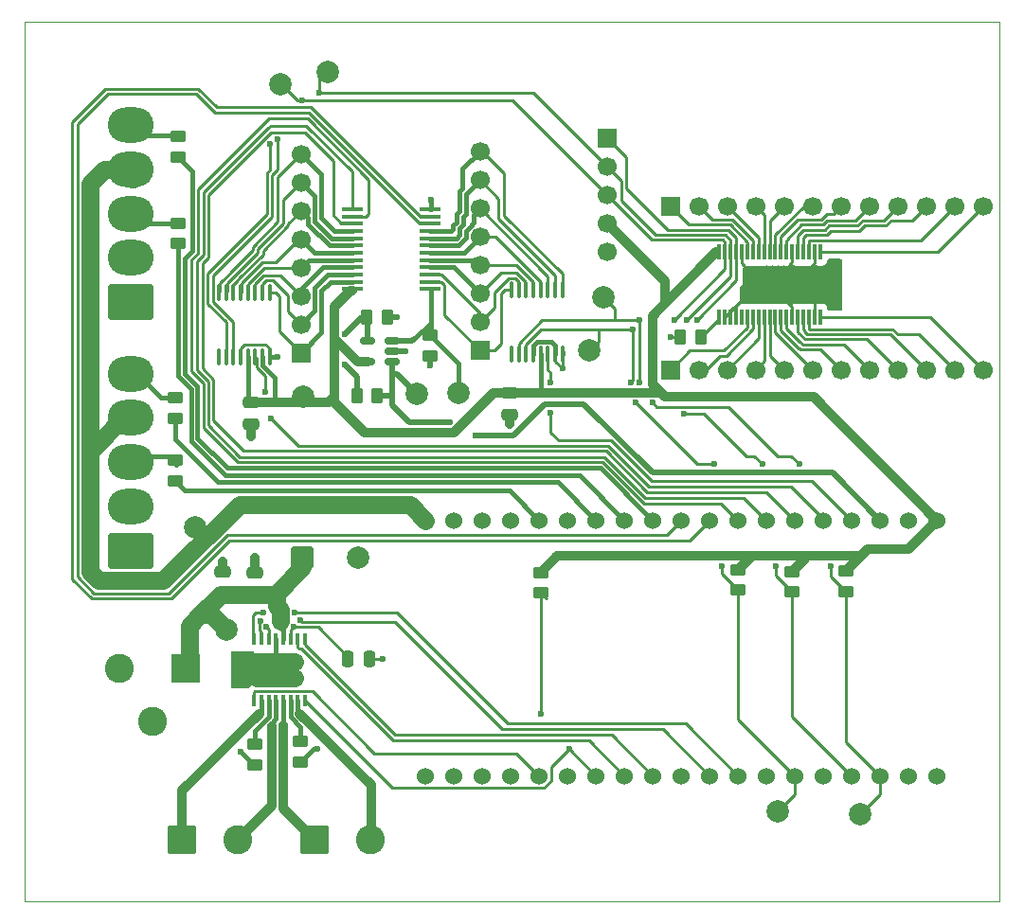
<source format=gtl>
%TF.GenerationSoftware,KiCad,Pcbnew,9.0.5*%
%TF.CreationDate,2025-11-08T17:23:47-08:00*%
%TF.ProjectId,SoftKeyboardController,536f6674-4b65-4796-926f-617264436f6e,v1.5*%
%TF.SameCoordinates,Original*%
%TF.FileFunction,Copper,L1,Top*%
%TF.FilePolarity,Positive*%
%FSLAX46Y46*%
G04 Gerber Fmt 4.6, Leading zero omitted, Abs format (unit mm)*
G04 Created by KiCad (PCBNEW 9.0.5) date 2025-11-08 17:23:47*
%MOMM*%
%LPD*%
G01*
G04 APERTURE LIST*
G04 Aperture macros list*
%AMRoundRect*
0 Rectangle with rounded corners*
0 $1 Rounding radius*
0 $2 $3 $4 $5 $6 $7 $8 $9 X,Y pos of 4 corners*
0 Add a 4 corners polygon primitive as box body*
4,1,4,$2,$3,$4,$5,$6,$7,$8,$9,$2,$3,0*
0 Add four circle primitives for the rounded corners*
1,1,$1+$1,$2,$3*
1,1,$1+$1,$4,$5*
1,1,$1+$1,$6,$7*
1,1,$1+$1,$8,$9*
0 Add four rect primitives between the rounded corners*
20,1,$1+$1,$2,$3,$4,$5,0*
20,1,$1+$1,$4,$5,$6,$7,0*
20,1,$1+$1,$6,$7,$8,$9,0*
20,1,$1+$1,$8,$9,$2,$3,0*%
G04 Aperture macros list end*
%TA.AperFunction,SMDPad,CuDef*%
%ADD10RoundRect,0.250000X-0.450000X0.262500X-0.450000X-0.262500X0.450000X-0.262500X0.450000X0.262500X0*%
%TD*%
%TA.AperFunction,SMDPad,CuDef*%
%ADD11RoundRect,0.250000X0.450000X-0.262500X0.450000X0.262500X-0.450000X0.262500X-0.450000X-0.262500X0*%
%TD*%
%TA.AperFunction,ComponentPad*%
%ADD12R,1.700000X1.700000*%
%TD*%
%TA.AperFunction,ComponentPad*%
%ADD13C,1.700000*%
%TD*%
%TA.AperFunction,SMDPad,CuDef*%
%ADD14RoundRect,0.250000X0.262500X0.450000X-0.262500X0.450000X-0.262500X-0.450000X0.262500X-0.450000X0*%
%TD*%
%TA.AperFunction,ComponentPad*%
%ADD15R,2.600000X2.600000*%
%TD*%
%TA.AperFunction,ComponentPad*%
%ADD16C,2.600000*%
%TD*%
%TA.AperFunction,SMDPad,CuDef*%
%ADD17R,0.300000X1.450000*%
%TD*%
%TA.AperFunction,SMDPad,CuDef*%
%ADD18R,4.900000X3.100000*%
%TD*%
%TA.AperFunction,SMDPad,CuDef*%
%ADD19RoundRect,0.250000X-0.475000X0.250000X-0.475000X-0.250000X0.475000X-0.250000X0.475000X0.250000X0*%
%TD*%
%TA.AperFunction,ComponentPad*%
%ADD20RoundRect,0.250000X1.800000X-1.330000X1.800000X1.330000X-1.800000X1.330000X-1.800000X-1.330000X0*%
%TD*%
%TA.AperFunction,ComponentPad*%
%ADD21O,4.100000X3.160000*%
%TD*%
%TA.AperFunction,ComponentPad*%
%ADD22RoundRect,0.250000X-1.050000X-1.050000X1.050000X-1.050000X1.050000X1.050000X-1.050000X1.050000X0*%
%TD*%
%TA.AperFunction,SMDPad,CuDef*%
%ADD23RoundRect,0.100000X0.100000X-0.637500X0.100000X0.637500X-0.100000X0.637500X-0.100000X-0.637500X0*%
%TD*%
%TA.AperFunction,SMDPad,CuDef*%
%ADD24RoundRect,0.250000X-0.262500X-0.450000X0.262500X-0.450000X0.262500X0.450000X-0.262500X0.450000X0*%
%TD*%
%TA.AperFunction,ComponentPad*%
%ADD25C,2.000000*%
%TD*%
%TA.AperFunction,ComponentPad*%
%ADD26RoundRect,0.250000X-0.750000X-0.750000X0.750000X-0.750000X0.750000X0.750000X-0.750000X0.750000X0*%
%TD*%
%TA.AperFunction,ComponentPad*%
%ADD27C,1.524000*%
%TD*%
%TA.AperFunction,SMDPad,CuDef*%
%ADD28RoundRect,0.250000X0.250000X0.475000X-0.250000X0.475000X-0.250000X-0.475000X0.250000X-0.475000X0*%
%TD*%
%TA.AperFunction,SMDPad,CuDef*%
%ADD29RoundRect,0.150000X0.512500X0.150000X-0.512500X0.150000X-0.512500X-0.150000X0.512500X-0.150000X0*%
%TD*%
%TA.AperFunction,SMDPad,CuDef*%
%ADD30R,0.450000X1.050000*%
%TD*%
%TA.AperFunction,SMDPad,CuDef*%
%ADD31R,0.895000X1.470000*%
%TD*%
%TA.AperFunction,SMDPad,CuDef*%
%ADD32RoundRect,0.100000X0.850000X0.100000X-0.850000X0.100000X-0.850000X-0.100000X0.850000X-0.100000X0*%
%TD*%
%TA.AperFunction,ViaPad*%
%ADD33C,0.600000*%
%TD*%
%TA.AperFunction,Conductor*%
%ADD34C,0.508000*%
%TD*%
%TA.AperFunction,Conductor*%
%ADD35C,1.625600*%
%TD*%
%TA.AperFunction,Conductor*%
%ADD36C,0.254000*%
%TD*%
%TA.AperFunction,Conductor*%
%ADD37C,0.381000*%
%TD*%
%TA.AperFunction,Conductor*%
%ADD38C,0.812800*%
%TD*%
%TA.AperFunction,Profile*%
%ADD39C,0.050000*%
%TD*%
G04 APERTURE END LIST*
D10*
%TO.P,R6,1*%
%TO.N,+3V3*%
X216154000Y-92231500D03*
%TO.P,R6,2*%
%TO.N,SCL*%
X216154000Y-94056500D03*
%TD*%
D11*
%TO.P,R3,1*%
%TO.N,GND*%
X172974000Y-109677500D03*
%TO.P,R3,2*%
%TO.N,Net-(U6-AISEN)*%
X172974000Y-107852500D03*
%TD*%
D12*
%TO.P,J2,1,Pin_1*%
%TO.N,Net-(ESP1-GPIO1{slash}TX0)*%
X204470000Y-53647000D03*
D13*
%TO.P,J2,2,Pin_2*%
%TO.N,SCL*%
X204470000Y-56187000D03*
%TO.P,J2,3,Pin_3*%
%TO.N,SDA*%
X204470000Y-58727000D03*
%TO.P,J2,4,Pin_4*%
%TO.N,+3V3*%
X204470000Y-61267000D03*
%TO.P,J2,5,Pin_5*%
%TO.N,GND*%
X204470000Y-63807000D03*
%TD*%
D14*
%TO.P,R14,1*%
%TO.N,GND*%
X184808500Y-69649000D03*
%TO.P,R14,2*%
%TO.N,Net-(U4--)*%
X182983500Y-69649000D03*
%TD*%
D15*
%TO.P,J1,1*%
%TO.N,Net-(U6-VM)*%
X166830000Y-101091000D03*
D16*
%TO.P,J1,2*%
%TO.N,GND*%
X160830000Y-101091000D03*
%TO.P,J1,3*%
%TO.N,unconnected-(J1-Pad3)*%
X163830000Y-105791000D03*
%TD*%
D17*
%TO.P,IC1,1,REXT*%
%TO.N,Net-(IC1-REXT)*%
X214494200Y-69654400D03*
%TO.P,IC1,2,AD0*%
%TO.N,GND*%
X214994200Y-69654400D03*
%TO.P,IC1,3,AD1*%
X215494200Y-69654400D03*
%TO.P,IC1,4,AD2*%
X215994200Y-69654400D03*
%TO.P,IC1,5,~{OE}*%
%TO.N,unconnected-(IC1-~{OE}-Pad5)*%
X216494200Y-69654400D03*
%TO.P,IC1,6,LED0*%
%TO.N,Net-(IC1-LED0)*%
X216994200Y-69654400D03*
%TO.P,IC1,7,LED1*%
%TO.N,Net-(IC1-LED1)*%
X217494200Y-69654400D03*
%TO.P,IC1,8,LED2*%
%TO.N,Net-(IC1-LED2)*%
X217994200Y-69654400D03*
%TO.P,IC1,9,LED3*%
%TO.N,Net-(IC1-LED3)*%
X218494200Y-69654400D03*
%TO.P,IC1,10,LED4*%
%TO.N,Net-(IC1-LED4)*%
X218994200Y-69654400D03*
%TO.P,IC1,11,LED5*%
%TO.N,Net-(IC1-LED5)*%
X219494200Y-69654400D03*
%TO.P,IC1,12,LED6*%
%TO.N,Net-(IC1-LED6)*%
X219994200Y-69654400D03*
%TO.P,IC1,13,LED7*%
%TO.N,Net-(IC1-LED7)*%
X220494200Y-69654400D03*
%TO.P,IC1,14,VSS_1*%
%TO.N,GND*%
X220994200Y-69654400D03*
%TO.P,IC1,15,LED8*%
%TO.N,Net-(IC1-LED8)*%
X221494200Y-69654400D03*
%TO.P,IC1,16,LED9*%
%TO.N,Net-(IC1-LED9)*%
X221994200Y-69654400D03*
%TO.P,IC1,17,LED10*%
%TO.N,Net-(IC1-LED10)*%
X222494200Y-69654400D03*
%TO.P,IC1,18,VSS_2*%
%TO.N,GND*%
X222994200Y-69654400D03*
%TO.P,IC1,19,LED11*%
%TO.N,Net-(IC1-LED11)*%
X223494200Y-69654400D03*
%TO.P,IC1,20,LED12*%
%TO.N,Net-(IC1-LED12)*%
X223494200Y-63804400D03*
%TO.P,IC1,21,VSS_3*%
%TO.N,GND*%
X222994200Y-63804400D03*
%TO.P,IC1,22,LED13*%
%TO.N,Net-(IC1-LED13)*%
X222494200Y-63804400D03*
%TO.P,IC1,23,LED14*%
%TO.N,Net-(IC1-LED14)*%
X221994200Y-63804400D03*
%TO.P,IC1,24,LED15*%
%TO.N,Net-(IC1-LED15)*%
X221494200Y-63804400D03*
%TO.P,IC1,25,VSS_4*%
%TO.N,GND*%
X220994200Y-63804400D03*
%TO.P,IC1,26,LED16*%
%TO.N,Net-(IC1-LED16)*%
X220494200Y-63804400D03*
%TO.P,IC1,27,LED17*%
%TO.N,Net-(IC1-LED17)*%
X219994200Y-63804400D03*
%TO.P,IC1,28,LED18*%
%TO.N,Net-(IC1-LED18)*%
X219494200Y-63804400D03*
%TO.P,IC1,29,LED19*%
%TO.N,Net-(IC1-LED19)*%
X218994200Y-63804400D03*
%TO.P,IC1,30,LED20*%
%TO.N,Net-(IC1-LED20)*%
X218494200Y-63804400D03*
%TO.P,IC1,31,LED21*%
%TO.N,Net-(IC1-LED21)*%
X217994200Y-63804400D03*
%TO.P,IC1,32,LED22*%
%TO.N,Net-(IC1-LED22)*%
X217494200Y-63804400D03*
%TO.P,IC1,33,LED23*%
%TO.N,Net-(IC1-LED23)*%
X216994200Y-63804400D03*
%TO.P,IC1,34,VSS_5*%
%TO.N,GND*%
X216494200Y-63804400D03*
%TO.P,IC1,35,~{RESET}*%
%TO.N,Net-(ESP1-GPIO1{slash}TX0)*%
X215994200Y-63804400D03*
%TO.P,IC1,36,SCL*%
%TO.N,SCL*%
X215494200Y-63804400D03*
%TO.P,IC1,37,SDA*%
%TO.N,SDA*%
X214994200Y-63804400D03*
%TO.P,IC1,38,VDD*%
%TO.N,+3V3*%
X214494200Y-63804400D03*
D18*
%TO.P,IC1,39,GND*%
%TO.N,GND*%
X218994200Y-66729400D03*
%TD*%
D19*
%TO.P,C5,1*%
%TO.N,+3V3*%
X195707000Y-76446000D03*
%TO.P,C5,2*%
%TO.N,GND*%
X195707000Y-78346000D03*
%TD*%
D20*
%TO.P,J10,1,Pin_1*%
%TO.N,GND*%
X161910000Y-68298000D03*
D21*
%TO.P,J10,2,Pin_2*%
%TO.N,unconnected-(J10-Pin_2-Pad2)*%
X161910000Y-64338000D03*
%TO.P,J10,3,Pin_3*%
%TO.N,Net-(J10-Pin_3)*%
X161910000Y-60378000D03*
%TO.P,J10,4,Pin_4*%
%TO.N,5v*%
X161910000Y-56418000D03*
%TO.P,J10,5,Pin_5*%
%TO.N,Net-(J10-Pin_5)*%
X161910000Y-52458000D03*
%TD*%
D22*
%TO.P,J3,1,Pin_1*%
%TO.N,Net-(J3-Pin_1)*%
X166470000Y-116365000D03*
D16*
%TO.P,J3,2,Pin_2*%
%TO.N,Net-(J3-Pin_2)*%
X171470000Y-116365000D03*
%TD*%
D23*
%TO.P,U3,1,VREF*%
%TO.N,unconnected-(U3-VREF-Pad1)*%
X169739000Y-73157500D03*
%TO.P,U3,2,SDA*%
%TO.N,SDA*%
X170389000Y-73157500D03*
%TO.P,U3,3,SCL*%
%TO.N,SCL*%
X171039000Y-73157500D03*
%TO.P,U3,4,GND*%
%TO.N,GND*%
X171689000Y-73157500D03*
%TO.P,U3,5,V+*%
%TO.N,+3V3*%
X172339000Y-73157500D03*
%TO.P,U3,6,~{INT}*%
%TO.N,Net-(ESP1-GPI34{slash}ADC6)*%
X172989000Y-73157500D03*
%TO.P,U3,7,A0*%
%TO.N,+3V3*%
X173639000Y-73157500D03*
%TO.P,U3,8,A1*%
%TO.N,GND*%
X174289000Y-73157500D03*
%TO.P,U3,9,IN7*%
%TO.N,Net-(J8-Pin_1)*%
X174289000Y-67432500D03*
%TO.P,U3,10,IN6*%
%TO.N,Net-(J8-Pin_2)*%
X173639000Y-67432500D03*
%TO.P,U3,11,IN5*%
%TO.N,Net-(J8-Pin_3)*%
X172989000Y-67432500D03*
%TO.P,U3,12,IN4*%
%TO.N,Net-(J8-Pin_4)*%
X172339000Y-67432500D03*
%TO.P,U3,13,IN3*%
%TO.N,Net-(J8-Pin_5)*%
X171689000Y-67432500D03*
%TO.P,U3,14,IN2*%
%TO.N,Net-(J8-Pin_6)*%
X171039000Y-67432500D03*
%TO.P,U3,15,IN1*%
%TO.N,Net-(J8-Pin_7)*%
X170389000Y-67432500D03*
%TO.P,U3,16,IN0*%
%TO.N,Net-(J8-Pin_8)*%
X169739000Y-67432500D03*
%TD*%
D24*
%TO.P,R7,1*%
%TO.N,GND*%
X211027000Y-71427000D03*
%TO.P,R7,2*%
%TO.N,Net-(IC1-REXT)*%
X212852000Y-71427000D03*
%TD*%
D10*
%TO.P,R1,1*%
%TO.N,+3V3*%
X198501000Y-92485500D03*
%TO.P,R1,2*%
%TO.N,Net-(ESP1-GPIO4)*%
X198501000Y-94310500D03*
%TD*%
D11*
%TO.P,R4,1*%
%TO.N,GND*%
X177038000Y-109423500D03*
%TO.P,R4,2*%
%TO.N,Net-(U6-BISEN)*%
X177038000Y-107598500D03*
%TD*%
%TO.P,R10,1*%
%TO.N,Net-(ESP1-GPIO12)*%
X165862000Y-78689500D03*
%TO.P,R10,2*%
%TO.N,Net-(J9-Pin_5)*%
X165862000Y-76864500D03*
%TD*%
%TO.P,R9,1*%
%TO.N,Net-(ESP1-GPIO27)*%
X166116000Y-55321500D03*
%TO.P,R9,2*%
%TO.N,Net-(J10-Pin_5)*%
X166116000Y-53496500D03*
%TD*%
D25*
%TO.P,TP7,1,1*%
%TO.N,SCL*%
X179451000Y-47678000D03*
%TD*%
D26*
%TO.P,C1,1*%
%TO.N,Net-(U6-VM)*%
X177210323Y-91186000D03*
D25*
%TO.P,C1,2*%
%TO.N,GND*%
X182210323Y-91186000D03*
%TD*%
D22*
%TO.P,J4,1,Pin_1*%
%TO.N,Net-(J4-Pin_1)*%
X178328000Y-116365000D03*
D16*
%TO.P,J4,2,Pin_2*%
%TO.N,Net-(J4-Pin_2)*%
X183328000Y-116365000D03*
%TD*%
D27*
%TO.P,ESP1,1,3V3*%
%TO.N,+3V3*%
X233934000Y-87810000D03*
%TO.P,ESP1,2,~{RST/EN}*%
%TO.N,unconnected-(ESP1-~{RST{slash}EN}-Pad2)*%
X231394000Y-87810000D03*
%TO.P,ESP1,3,GPIO36/ADC0*%
%TO.N,I_Op*%
X228854000Y-87810000D03*
%TO.P,ESP1,4,GPI39/ADC3*%
%TO.N,Net-(ESP1-GPI39{slash}ADC3)*%
X226314000Y-87810000D03*
%TO.P,ESP1,5,GPI34/ADC6*%
%TO.N,Net-(ESP1-GPI34{slash}ADC6)*%
X223774000Y-87810000D03*
%TO.P,ESP1,6,GPI35/ADC7*%
%TO.N,~{Multi}*%
X221234000Y-87810000D03*
%TO.P,ESP1,7,GPIO32/ADC4*%
%TO.N,s3*%
X218694000Y-87810000D03*
%TO.P,ESP1,8,GPIO33/ADC5*%
%TO.N,s2*%
X216154000Y-87810000D03*
%TO.P,ESP1,9,GPIO25/DAC1*%
%TO.N,s1*%
X213614000Y-87810000D03*
%TO.P,ESP1,10,GPIO26/DAC2*%
%TO.N,s0*%
X211074000Y-87810000D03*
%TO.P,ESP1,11,GPIO27*%
%TO.N,Net-(ESP1-GPIO27)*%
X208534000Y-87810000D03*
%TO.P,ESP1,12,GPIO14*%
%TO.N,Net-(ESP1-GPIO14)*%
X205994000Y-87810000D03*
%TO.P,ESP1,13,GPIO12*%
%TO.N,Net-(ESP1-GPIO12)*%
X203454000Y-87810000D03*
%TO.P,ESP1,14,GND*%
%TO.N,GND*%
X200914000Y-87810000D03*
%TO.P,ESP1,15,GPIO13*%
%TO.N,Net-(ESP1-GPIO13)*%
X198374000Y-87810000D03*
%TO.P,ESP1,16,(RX1/F-D2)*%
%TO.N,unconnected-(ESP1-(RX1{slash}F-D2)-Pad16)*%
X195834000Y-87810000D03*
%TO.P,ESP1,17,(TX1/F-D3)*%
%TO.N,unconnected-(ESP1-(TX1{slash}F-D3)-Pad17)*%
X193294000Y-87810000D03*
%TO.P,ESP1,18,(F-CMD)*%
%TO.N,unconnected-(ESP1-(F-CMD)-Pad18)*%
X190754000Y-87810000D03*
%TO.P,ESP1,19,Vin5V*%
%TO.N,5v*%
X188214000Y-87810000D03*
%TO.P,ESP1,20,(F-CK)*%
%TO.N,unconnected-(ESP1-(F-CK)-Pad20)*%
X188214000Y-110670000D03*
%TO.P,ESP1,21,(F-D0)*%
%TO.N,unconnected-(ESP1-(F-D0)-Pad21)*%
X190754000Y-110670000D03*
%TO.P,ESP1,22,(F-D1)*%
%TO.N,unconnected-(ESP1-(F-D1)-Pad22)*%
X193294000Y-110670000D03*
%TO.P,ESP1,23,GPIO15*%
%TO.N,unconnected-(ESP1-GPIO15-Pad23)*%
X195834000Y-110670000D03*
%TO.P,ESP1,24,GPIO2*%
%TO.N,Net-(ESP1-GPIO2)*%
X198374000Y-110670000D03*
%TO.P,ESP1,25,GPIO0/~{PROG}*%
%TO.N,unconnected-(ESP1-GPIO0{slash}~{PROG}-Pad25)*%
X200914000Y-110670000D03*
%TO.P,ESP1,26,GPIO4*%
%TO.N,Net-(ESP1-GPIO4)*%
X203454000Y-110670000D03*
%TO.P,ESP1,27,GPIO16/RX2*%
%TO.N,Net-(ESP1-GPIO16{slash}RX2)*%
X205994000Y-110670000D03*
%TO.P,ESP1,28,GPIO17/TX2*%
%TO.N,Net-(ESP1-GPIO17{slash}TX2)*%
X208534000Y-110670000D03*
%TO.P,ESP1,29,GPIO5*%
%TO.N,unconnected-(ESP1-GPIO5-Pad29)*%
X211074000Y-110670000D03*
%TO.P,ESP1,30,GPIO18/SCK*%
%TO.N,Net-(ESP1-GPIO18{slash}SCK)*%
X213614000Y-110670000D03*
%TO.P,ESP1,31,GPIO19/CIPO*%
%TO.N,Net-(ESP1-GPIO19{slash}CIPO)*%
X216154000Y-110670000D03*
%TO.P,ESP1,32,GND*%
%TO.N,GND*%
X218694000Y-110670000D03*
%TO.P,ESP1,33,GPIO21/SDA*%
%TO.N,SCL*%
X221234000Y-110670000D03*
%TO.P,ESP1,34,GPIO3/RX0*%
%TO.N,unconnected-(ESP1-GPIO3{slash}RX0-Pad34)*%
X223774000Y-110670000D03*
%TO.P,ESP1,35,GPIO1/TX0*%
%TO.N,Net-(ESP1-GPIO1{slash}TX0)*%
X226314000Y-110670000D03*
%TO.P,ESP1,36,GPIO22/SCL*%
%TO.N,SDA*%
X228854000Y-110670000D03*
%TO.P,ESP1,37,GPIO23/COPI*%
%TO.N,unconnected-(ESP1-GPIO23{slash}COPI-Pad37)*%
X231394000Y-110670000D03*
%TO.P,ESP1,38,GND*%
%TO.N,GND*%
X233934000Y-110670000D03*
%TD*%
D25*
%TO.P,TP6,1,1*%
%TO.N,SCL*%
X202882500Y-72633500D03*
%TD*%
%TO.P,TP11,1,1*%
%TO.N,Net-(U6-VM)*%
X170434000Y-97589000D03*
%TD*%
%TO.P,TP2,1,1*%
%TO.N,Net-(U4-+)*%
X191135000Y-76380000D03*
%TD*%
%TO.P,TP4,1,1*%
%TO.N,SCL*%
X219710000Y-113845000D03*
%TD*%
D10*
%TO.P,R5,1*%
%TO.N,+3V3*%
X220980000Y-92382000D03*
%TO.P,R5,2*%
%TO.N,Net-(ESP1-GPIO1{slash}TX0)*%
X220980000Y-94207000D03*
%TD*%
D12*
%TO.P,J8,1,Pin_1*%
%TO.N,Net-(J8-Pin_1)*%
X177094000Y-72835000D03*
D13*
%TO.P,J8,2,Pin_2*%
%TO.N,Net-(J8-Pin_2)*%
X177094000Y-70295000D03*
%TO.P,J8,3,Pin_3*%
%TO.N,Net-(J8-Pin_3)*%
X177094000Y-67755000D03*
%TO.P,J8,4,Pin_4*%
%TO.N,Net-(J8-Pin_4)*%
X177094000Y-65215000D03*
%TO.P,J8,5,Pin_5*%
%TO.N,Net-(J8-Pin_5)*%
X177094000Y-62675000D03*
%TO.P,J8,6,Pin_6*%
%TO.N,Net-(J8-Pin_6)*%
X177094000Y-60135000D03*
%TO.P,J8,7,Pin_7*%
%TO.N,Net-(J8-Pin_7)*%
X177094000Y-57595000D03*
%TO.P,J8,8,Pin_8*%
%TO.N,Net-(J8-Pin_8)*%
X177094000Y-55055000D03*
%TD*%
D24*
%TO.P,R13,1*%
%TO.N,Net-(U4--)*%
X182094500Y-76634000D03*
%TO.P,R13,2*%
%TO.N,I_Op*%
X183919500Y-76634000D03*
%TD*%
D12*
%TO.P,J7,1,Pin_1*%
%TO.N,Net-(J7-Pin_1)*%
X193096400Y-72616800D03*
D13*
%TO.P,J7,2,Pin_2*%
%TO.N,Net-(J7-Pin_2)*%
X193096400Y-70076800D03*
%TO.P,J7,3,Pin_3*%
%TO.N,Net-(J7-Pin_3)*%
X193096400Y-67536800D03*
%TO.P,J7,4,Pin_4*%
%TO.N,Net-(J7-Pin_4)*%
X193096400Y-64996800D03*
%TO.P,J7,5,Pin_5*%
%TO.N,Net-(J7-Pin_5)*%
X193096400Y-62456800D03*
%TO.P,J7,6,Pin_6*%
%TO.N,Net-(J7-Pin_6)*%
X193096400Y-59916800D03*
%TO.P,J7,7,Pin_7*%
%TO.N,Net-(J7-Pin_7)*%
X193096400Y-57376800D03*
%TO.P,J7,8,Pin_8*%
%TO.N,Net-(J7-Pin_8)*%
X193096400Y-54836800D03*
%TD*%
D28*
%TO.P,C6,1*%
%TO.N,GND*%
X183195000Y-100203000D03*
%TO.P,C6,2*%
%TO.N,Net-(U6-VINT)*%
X181295000Y-100203000D03*
%TD*%
D11*
%TO.P,R12,1*%
%TO.N,GND*%
X188600200Y-73110600D03*
%TO.P,R12,2*%
%TO.N,Net-(U4-+)*%
X188600200Y-71285600D03*
%TD*%
D12*
%TO.P,J6,1,Pin_1*%
%TO.N,Net-(IC1-LED0)*%
X210104200Y-74349400D03*
D13*
%TO.P,J6,2,Pin_2*%
%TO.N,Net-(IC1-LED1)*%
X212644200Y-74349400D03*
%TO.P,J6,3,Pin_3*%
%TO.N,Net-(IC1-LED2)*%
X215184200Y-74349400D03*
%TO.P,J6,4,Pin_4*%
%TO.N,Net-(IC1-LED3)*%
X217724200Y-74349400D03*
%TO.P,J6,5,Pin_5*%
%TO.N,Net-(IC1-LED4)*%
X220264200Y-74349400D03*
%TO.P,J6,6,Pin_6*%
%TO.N,Net-(IC1-LED5)*%
X222804200Y-74349400D03*
%TO.P,J6,7,Pin_7*%
%TO.N,Net-(IC1-LED6)*%
X225344200Y-74349400D03*
%TO.P,J6,8,Pin_8*%
%TO.N,Net-(IC1-LED7)*%
X227884200Y-74349400D03*
%TO.P,J6,9,Pin_9*%
%TO.N,Net-(IC1-LED8)*%
X230424200Y-74349400D03*
%TO.P,J6,10,Pin_10*%
%TO.N,Net-(IC1-LED9)*%
X232964200Y-74349400D03*
%TO.P,J6,11,Pin_11*%
%TO.N,Net-(IC1-LED10)*%
X235504200Y-74349400D03*
%TO.P,J6,12,Pin_12*%
%TO.N,Net-(IC1-LED11)*%
X238044200Y-74349400D03*
%TD*%
D19*
%TO.P,C3,1*%
%TO.N,GND*%
X170058100Y-92376800D03*
%TO.P,C3,2*%
%TO.N,Net-(U6-VM)*%
X170058100Y-94276800D03*
%TD*%
D25*
%TO.P,TP8,1,1*%
%TO.N,SDA*%
X175260000Y-48821000D03*
%TD*%
D23*
%TO.P,U2,1,VREF*%
%TO.N,unconnected-(U2-VREF-Pad1)*%
X195901400Y-72939300D03*
%TO.P,U2,2,SDA*%
%TO.N,SDA*%
X196551400Y-72939300D03*
%TO.P,U2,3,SCL*%
%TO.N,SCL*%
X197201400Y-72939300D03*
%TO.P,U2,4,GND*%
%TO.N,GND*%
X197851400Y-72939300D03*
%TO.P,U2,5,V+*%
%TO.N,+3V3*%
X198501400Y-72939300D03*
%TO.P,U2,6,~{INT}*%
%TO.N,Net-(ESP1-GPI39{slash}ADC3)*%
X199151400Y-72939300D03*
%TO.P,U2,7,A0*%
%TO.N,GND*%
X199801400Y-72939300D03*
%TO.P,U2,8,A1*%
X200451400Y-72939300D03*
%TO.P,U2,9,IN7*%
%TO.N,Net-(J7-Pin_8)*%
X200451400Y-67214300D03*
%TO.P,U2,10,IN6*%
%TO.N,Net-(J7-Pin_7)*%
X199801400Y-67214300D03*
%TO.P,U2,11,IN5*%
%TO.N,Net-(J7-Pin_6)*%
X199151400Y-67214300D03*
%TO.P,U2,12,IN4*%
%TO.N,Net-(J7-Pin_5)*%
X198501400Y-67214300D03*
%TO.P,U2,13,IN3*%
%TO.N,Net-(J7-Pin_4)*%
X197851400Y-67214300D03*
%TO.P,U2,14,IN2*%
%TO.N,Net-(J7-Pin_3)*%
X197201400Y-67214300D03*
%TO.P,U2,15,IN1*%
%TO.N,Net-(J7-Pin_2)*%
X196551400Y-67214300D03*
%TO.P,U2,16,IN0*%
%TO.N,Net-(J7-Pin_1)*%
X195901400Y-67214300D03*
%TD*%
D19*
%TO.P,C4,1*%
%TO.N,+3V3*%
X172649000Y-77280000D03*
%TO.P,C4,2*%
%TO.N,GND*%
X172649000Y-79180000D03*
%TD*%
D25*
%TO.P,TP1,1,1*%
%TO.N,I_Op*%
X187452000Y-76507000D03*
%TD*%
D19*
%TO.P,C2,1*%
%TO.N,GND*%
X172979100Y-92514000D03*
%TO.P,C2,2*%
%TO.N,Net-(U6-VM)*%
X172979100Y-94414000D03*
%TD*%
D25*
%TO.P,TP10,1,1*%
%TO.N,+3V3*%
X177292000Y-76761000D03*
%TD*%
D10*
%TO.P,R2,1*%
%TO.N,+3V3*%
X225806000Y-92335000D03*
%TO.P,R2,2*%
%TO.N,SDA*%
X225806000Y-94160000D03*
%TD*%
D25*
%TO.P,TP5,1,1*%
%TO.N,SDA*%
X204089000Y-67871000D03*
%TD*%
D20*
%TO.P,J9,1,Pin_1*%
%TO.N,GND*%
X161910000Y-90523000D03*
D21*
%TO.P,J9,2,Pin_2*%
%TO.N,unconnected-(J9-Pin_2-Pad2)*%
X161910000Y-86563000D03*
%TO.P,J9,3,Pin_3*%
%TO.N,Net-(J9-Pin_3)*%
X161910000Y-82603000D03*
%TO.P,J9,4,Pin_4*%
%TO.N,5v*%
X161910000Y-78643000D03*
%TO.P,J9,5,Pin_5*%
%TO.N,Net-(J9-Pin_5)*%
X161910000Y-74683000D03*
%TD*%
D11*
%TO.P,R8,1*%
%TO.N,Net-(ESP1-GPIO14)*%
X166116000Y-63045000D03*
%TO.P,R8,2*%
%TO.N,Net-(J10-Pin_3)*%
X166116000Y-61220000D03*
%TD*%
D29*
%TO.P,U4,1*%
%TO.N,I_Op*%
X185287500Y-73647000D03*
%TO.P,U4,2,V-*%
%TO.N,GND*%
X185287500Y-72697000D03*
%TO.P,U4,3,+*%
%TO.N,Net-(U4-+)*%
X185287500Y-71747000D03*
%TO.P,U4,4,-*%
%TO.N,Net-(U4--)*%
X183012500Y-71747000D03*
%TO.P,U4,5,V+*%
%TO.N,+3V3*%
X183012500Y-73647000D03*
%TD*%
D11*
%TO.P,R11,1*%
%TO.N,Net-(ESP1-GPIO13)*%
X165862000Y-84277500D03*
%TO.P,R11,2*%
%TO.N,Net-(J9-Pin_3)*%
X165862000Y-82452500D03*
%TD*%
D12*
%TO.P,J5,1,Pin_1*%
%TO.N,Net-(IC1-LED23)*%
X210133200Y-59744400D03*
D13*
%TO.P,J5,2,Pin_2*%
%TO.N,Net-(IC1-LED22)*%
X212673200Y-59744400D03*
%TO.P,J5,3,Pin_3*%
%TO.N,Net-(IC1-LED21)*%
X215213200Y-59744400D03*
%TO.P,J5,4,Pin_4*%
%TO.N,Net-(IC1-LED20)*%
X217753200Y-59744400D03*
%TO.P,J5,5,Pin_5*%
%TO.N,Net-(IC1-LED19)*%
X220293200Y-59744400D03*
%TO.P,J5,6,Pin_6*%
%TO.N,Net-(IC1-LED18)*%
X222833200Y-59744400D03*
%TO.P,J5,7,Pin_7*%
%TO.N,Net-(IC1-LED17)*%
X225373200Y-59744400D03*
%TO.P,J5,8,Pin_8*%
%TO.N,Net-(IC1-LED16)*%
X227913200Y-59744400D03*
%TO.P,J5,9,Pin_9*%
%TO.N,Net-(IC1-LED15)*%
X230453200Y-59744400D03*
%TO.P,J5,10,Pin_10*%
%TO.N,Net-(IC1-LED14)*%
X232993200Y-59744400D03*
%TO.P,J5,11,Pin_11*%
%TO.N,Net-(IC1-LED13)*%
X235533200Y-59744400D03*
%TO.P,J5,12,Pin_12*%
%TO.N,Net-(IC1-LED12)*%
X238073200Y-59744400D03*
%TD*%
D30*
%TO.P,U6,1,~{SLEEP}*%
%TO.N,Net-(ESP1-GPIO2)*%
X172912500Y-103947000D03*
%TO.P,U6,2,AOUT1*%
%TO.N,Net-(J3-Pin_1)*%
X173562500Y-103947000D03*
%TO.P,U6,3,AISEN*%
%TO.N,Net-(U6-AISEN)*%
X174212500Y-103947000D03*
%TO.P,U6,4,AOUT2*%
%TO.N,Net-(J3-Pin_2)*%
X174862500Y-103947000D03*
%TO.P,U6,5,BOUT2*%
%TO.N,Net-(J4-Pin_1)*%
X175512500Y-103947000D03*
%TO.P,U6,6,BISEN*%
%TO.N,Net-(U6-BISEN)*%
X176162500Y-103947000D03*
%TO.P,U6,7,BOUT1*%
%TO.N,Net-(J4-Pin_2)*%
X176812500Y-103947000D03*
%TO.P,U6,8,~{FAULT}*%
%TO.N,Net-(ESP1-GPIO4)*%
X177462500Y-103947000D03*
%TO.P,U6,9,BIN1*%
%TO.N,Net-(ESP1-GPIO17{slash}TX2)*%
X177462500Y-98397000D03*
%TO.P,U6,10,BIN2*%
%TO.N,Net-(ESP1-GPIO16{slash}RX2)*%
X176812500Y-98397000D03*
%TO.P,U6,11,VREF*%
%TO.N,Net-(U6-VINT)*%
X176162500Y-98397000D03*
%TO.P,U6,12,VM*%
%TO.N,Net-(U6-VM)*%
X175512500Y-98397000D03*
%TO.P,U6,13,GND*%
%TO.N,GND*%
X174862500Y-98397000D03*
%TO.P,U6,14,VINT*%
%TO.N,Net-(U6-VINT)*%
X174212500Y-98397000D03*
%TO.P,U6,15,AIN2*%
%TO.N,Net-(ESP1-GPIO18{slash}SCK)*%
X173562500Y-98397000D03*
%TO.P,U6,16,AIN1*%
%TO.N,Net-(ESP1-GPIO19{slash}CIPO)*%
X172912500Y-98397000D03*
D31*
%TO.P,U6,17,GND*%
%TO.N,GND*%
X173845000Y-101907000D03*
X174740000Y-101907000D03*
X175635000Y-101907000D03*
X176530000Y-101907000D03*
X173845000Y-100437000D03*
X174740000Y-100437000D03*
X175635000Y-100437000D03*
X176530000Y-100437000D03*
%TD*%
D25*
%TO.P,TP9,1,1*%
%TO.N,5v*%
X167640000Y-88445000D03*
%TD*%
%TO.P,TP3,1,1*%
%TO.N,SDA*%
X227076000Y-114099000D03*
%TD*%
D32*
%TO.P,U5,1,COM*%
%TO.N,Net-(U4-+)*%
X188666000Y-67128000D03*
%TO.P,U5,2,I7*%
%TO.N,Net-(J7-Pin_1)*%
X188666000Y-66478000D03*
%TO.P,U5,3,I6*%
%TO.N,Net-(J7-Pin_2)*%
X188666000Y-65828000D03*
%TO.P,U5,4,I5*%
%TO.N,Net-(J7-Pin_3)*%
X188666000Y-65178000D03*
%TO.P,U5,5,I4*%
%TO.N,Net-(J7-Pin_4)*%
X188666000Y-64528000D03*
%TO.P,U5,6,I3*%
%TO.N,Net-(J7-Pin_5)*%
X188666000Y-63878000D03*
%TO.P,U5,7,I2*%
%TO.N,Net-(J7-Pin_6)*%
X188666000Y-63228000D03*
%TO.P,U5,8,I1*%
%TO.N,Net-(J7-Pin_7)*%
X188666000Y-62578000D03*
%TO.P,U5,9,I0*%
%TO.N,Net-(J7-Pin_8)*%
X188666000Y-61928000D03*
%TO.P,U5,10,S0*%
%TO.N,s0*%
X188666000Y-61278000D03*
%TO.P,U5,11,S1*%
%TO.N,s1*%
X188666000Y-60628000D03*
%TO.P,U5,12,GND*%
%TO.N,GND*%
X188666000Y-59978000D03*
%TO.P,U5,13,S3*%
%TO.N,s3*%
X181666000Y-59978000D03*
%TO.P,U5,14,S2*%
%TO.N,s2*%
X181666000Y-60628000D03*
%TO.P,U5,15,~{E}*%
%TO.N,~{Multi}*%
X181666000Y-61278000D03*
%TO.P,U5,16,I15*%
%TO.N,Net-(J8-Pin_8)*%
X181666000Y-61928000D03*
%TO.P,U5,17,I14*%
%TO.N,Net-(J8-Pin_7)*%
X181666000Y-62578000D03*
%TO.P,U5,18,I13*%
%TO.N,Net-(J8-Pin_6)*%
X181666000Y-63228000D03*
%TO.P,U5,19,I12*%
%TO.N,Net-(J8-Pin_5)*%
X181666000Y-63878000D03*
%TO.P,U5,20,I11*%
%TO.N,Net-(J8-Pin_4)*%
X181666000Y-64528000D03*
%TO.P,U5,21,I10*%
%TO.N,Net-(J8-Pin_3)*%
X181666000Y-65178000D03*
%TO.P,U5,22,I9*%
%TO.N,Net-(J8-Pin_2)*%
X181666000Y-65828000D03*
%TO.P,U5,23,I8*%
%TO.N,Net-(J8-Pin_1)*%
X181666000Y-66478000D03*
%TO.P,U5,24,VCC*%
%TO.N,+3V3*%
X181666000Y-67128000D03*
%TD*%
D33*
%TO.N,GND*%
X172466000Y-100637000D03*
X188600200Y-73967000D03*
X171196000Y-101272000D03*
X225044000Y-66093000D03*
X184404000Y-100203000D03*
X222758000Y-67617000D03*
X200451400Y-74256800D03*
X224282000Y-67617000D03*
X223520000Y-66855000D03*
X223520000Y-65331000D03*
X222758000Y-66855000D03*
X221996000Y-66093000D03*
X172466000Y-101907000D03*
X224282000Y-66093000D03*
X171196000Y-100002000D03*
X188676400Y-59119000D03*
X175006000Y-73205000D03*
X221996000Y-65331000D03*
X224282000Y-65331000D03*
X171196000Y-100637000D03*
X195707000Y-79174000D03*
X185674000Y-69649000D03*
X178562000Y-108257000D03*
X221996000Y-67617000D03*
X225044000Y-67617000D03*
X225044000Y-65331000D03*
X171831000Y-100637000D03*
X172979100Y-91178000D03*
X172649000Y-80328000D03*
X171831000Y-101907000D03*
X224282000Y-66855000D03*
X172466000Y-101272000D03*
X171196000Y-101907000D03*
X210101800Y-71427000D03*
X171831000Y-101272000D03*
X221996000Y-66855000D03*
X171831000Y-100002000D03*
X171704000Y-108511000D03*
X222758000Y-66093000D03*
X172466000Y-100002000D03*
X223520000Y-67617000D03*
X170058100Y-91457400D03*
X186436000Y-72697000D03*
X223520000Y-66093000D03*
X222758000Y-65331000D03*
X225044000Y-66855000D03*
%TO.N,SCL*%
X178689000Y-49591000D03*
X214704000Y-91891400D03*
X206574221Y-75473600D03*
X207010000Y-77286400D03*
X175006000Y-53766000D03*
X206746600Y-70703003D03*
X213995000Y-82791000D03*
X211582000Y-69903000D03*
%TO.N,SDA*%
X207374223Y-75473601D03*
X224472500Y-91937500D03*
X177165000Y-50218000D03*
X221615000Y-82791000D03*
X174284699Y-54112013D03*
X210439000Y-69903000D03*
X208534000Y-77286400D03*
X207373600Y-69903000D03*
%TO.N,Net-(U6-VINT)*%
X174021750Y-97366750D03*
X176403000Y-97366750D03*
%TO.N,Net-(ESP1-GPIO19{slash}CIPO)*%
X176530000Y-96065000D03*
X173731406Y-96067552D03*
%TO.N,Net-(ESP1-GPIO18{slash}SCK)*%
X177038000Y-96708000D03*
X173443473Y-96813942D03*
%TO.N,Net-(ESP1-GPIO1{slash}TX0)*%
X212471000Y-69903000D03*
X218313000Y-82791000D03*
X219519500Y-91937500D03*
X211328000Y-78285000D03*
%TO.N,I_Op*%
X190373000Y-79029600D03*
X192659000Y-80190000D03*
%TO.N,Net-(ESP1-GPIO4)*%
X201041000Y-108257000D03*
X198501000Y-105082000D03*
%TO.N,Net-(U4--)*%
X180992400Y-71167078D03*
X180992400Y-73840000D03*
%TO.N,Net-(ESP1-GPI34{slash}ADC6)*%
X173863000Y-76373600D03*
X174371000Y-78666000D03*
%TO.N,Net-(ESP1-GPI39{slash}ADC3)*%
X199390000Y-75473600D03*
X199390000Y-78157000D03*
%TD*%
D34*
%TO.N,GND*%
X185287500Y-72697000D02*
X186436000Y-72697000D01*
D35*
X173845000Y-100437000D02*
X172666000Y-100437000D01*
D36*
X221870400Y-66729400D02*
X221996000Y-66855000D01*
X220994200Y-64729400D02*
X218994200Y-66729400D01*
X217888200Y-66729400D02*
X218994200Y-66729400D01*
X220994200Y-69654400D02*
X220994200Y-68729400D01*
D37*
X172974000Y-109781000D02*
X171704000Y-108511000D01*
X178204500Y-108257000D02*
X177038000Y-109423500D01*
X174862500Y-100314500D02*
X174740000Y-100437000D01*
D38*
X172649000Y-79180000D02*
X172649000Y-80328000D01*
D36*
X199801400Y-73606800D02*
X199801400Y-72939300D01*
D34*
X184808500Y-69649000D02*
X185674000Y-69649000D01*
D36*
X220994200Y-63804400D02*
X220994200Y-64729400D01*
D37*
X188676400Y-59967600D02*
X188666000Y-59978000D01*
D36*
X173919054Y-72092000D02*
X174289000Y-72461946D01*
D34*
X188600200Y-73967000D02*
X188600200Y-73110600D01*
D36*
X215994200Y-68623400D02*
X217888200Y-66729400D01*
X171689000Y-73157500D02*
X171689000Y-72420001D01*
D37*
X178562000Y-108257000D02*
X178204500Y-108257000D01*
D36*
X174289000Y-72461946D02*
X174289000Y-73157500D01*
X215994200Y-69654400D02*
X215994200Y-68623400D01*
D38*
X195707000Y-78346000D02*
X195707000Y-79174000D01*
D36*
X220994200Y-68729400D02*
X218994200Y-66729400D01*
X218388200Y-66729400D02*
X218994200Y-66729400D01*
X200451400Y-74256800D02*
X199801400Y-73606800D01*
X217844200Y-66729400D02*
X218994200Y-66729400D01*
X222994200Y-69654400D02*
X222994200Y-68025400D01*
X222994200Y-67853200D02*
X222758000Y-67617000D01*
D38*
X170058100Y-92376800D02*
X170058100Y-91457400D01*
D37*
X174862500Y-98397000D02*
X174862500Y-100314500D01*
X199801400Y-72153942D02*
X199801400Y-72939300D01*
D36*
X222994200Y-69654400D02*
X222994200Y-67853200D01*
D37*
X200451400Y-72803942D02*
X200451400Y-72939300D01*
D36*
X171689000Y-72420001D02*
X172017001Y-72092000D01*
X216494200Y-63804400D02*
X216494200Y-64835400D01*
D37*
X197851400Y-72939300D02*
X197851400Y-72153942D01*
D36*
X222994200Y-68025400D02*
X221698200Y-66729400D01*
D35*
X173845000Y-100437000D02*
X176530000Y-100437000D01*
D36*
X215494200Y-69654400D02*
X215494200Y-69079400D01*
D35*
X173101000Y-101907000D02*
X172466000Y-101272000D01*
D36*
X211027000Y-71427000D02*
X210101800Y-71427000D01*
X217919200Y-66729400D02*
X218994200Y-66729400D01*
X215494200Y-69079400D02*
X217844200Y-66729400D01*
D37*
X199457758Y-71810300D02*
X199801400Y-72153942D01*
X197851400Y-72153942D02*
X198195042Y-71810300D01*
X198195042Y-71810300D02*
X199457758Y-71810300D01*
D35*
X176530000Y-101907000D02*
X173845000Y-101907000D01*
D37*
X175006000Y-73205000D02*
X174336500Y-73205000D01*
D36*
X214994200Y-69654400D02*
X217919200Y-66729400D01*
X221698200Y-66729400D02*
X218994200Y-66729400D01*
D35*
X173845000Y-101907000D02*
X173101000Y-101907000D01*
D36*
X200451400Y-74256800D02*
X200451400Y-72939300D01*
D38*
X172979100Y-92514000D02*
X172979100Y-91178000D01*
D36*
X221100200Y-66729400D02*
X218994200Y-66729400D01*
D35*
X172666000Y-100437000D02*
X172466000Y-100637000D01*
D37*
X188676400Y-59119000D02*
X188676400Y-59967600D01*
D36*
X216494200Y-64835400D02*
X218388200Y-66729400D01*
D37*
X174336500Y-73205000D02*
X174289000Y-73157500D01*
D36*
X222994200Y-64835400D02*
X221100200Y-66729400D01*
X222994200Y-63804400D02*
X222994200Y-64835400D01*
X183195000Y-100203000D02*
X184404000Y-100203000D01*
X172017001Y-72092000D02*
X173919054Y-72092000D01*
D38*
%TO.N,+3V3*%
X179578000Y-77269000D02*
X177800000Y-77269000D01*
X208534000Y-75694000D02*
X208534000Y-69522000D01*
X233934000Y-87810000D02*
X231394000Y-90350000D01*
D37*
X198501400Y-72939300D02*
X198501400Y-76379600D01*
D38*
X180086000Y-77269000D02*
X180086000Y-76761000D01*
D37*
X172339000Y-73157500D02*
X172339000Y-76970000D01*
D38*
X222885000Y-76761000D02*
X209601000Y-76761000D01*
X182179000Y-73647000D02*
X180086000Y-71554000D01*
X222123000Y-90985000D02*
X222123000Y-91239000D01*
X212964200Y-65091800D02*
X212964200Y-65077000D01*
X222123000Y-91239000D02*
X220980000Y-92382000D01*
X176773000Y-77280000D02*
X172649000Y-77280000D01*
D37*
X198501400Y-76379600D02*
X198501000Y-76380000D01*
D38*
X217400500Y-90985000D02*
X216154000Y-92231500D01*
X177292000Y-76761000D02*
X176773000Y-77280000D01*
D37*
X174752000Y-75055858D02*
X173639000Y-73942858D01*
D38*
X182753000Y-79936000D02*
X190754000Y-79936000D01*
D37*
X174752000Y-77280000D02*
X174752000Y-75055858D01*
D38*
X227156000Y-90985000D02*
X227791000Y-90350000D01*
X200001500Y-90985000D02*
X217678000Y-90985000D01*
X209601000Y-76761000D02*
X209220000Y-76380000D01*
X180097000Y-77280000D02*
X182753000Y-79936000D01*
X233934000Y-87810000D02*
X222885000Y-76761000D01*
X198501000Y-92485500D02*
X200001500Y-90985000D01*
X231394000Y-90350000D02*
X227791000Y-90350000D01*
X181508600Y-67285400D02*
X181666000Y-67285400D01*
X180097000Y-77280000D02*
X180086000Y-77269000D01*
X194310000Y-76380000D02*
X198501000Y-76380000D01*
X209613500Y-68442500D02*
X209613500Y-66410500D01*
X217678000Y-90985000D02*
X222123000Y-90985000D01*
X183012500Y-73647000D02*
X182179000Y-73647000D01*
X190754000Y-79936000D02*
X194310000Y-76380000D01*
X180086000Y-76761000D02*
X179578000Y-77269000D01*
X177800000Y-77269000D02*
X177292000Y-76761000D01*
X222123000Y-90985000D02*
X227156000Y-90985000D01*
X180086000Y-68708000D02*
X181508600Y-67285400D01*
X209601000Y-76761000D02*
X208534000Y-75694000D01*
X209613500Y-66410500D02*
X204470000Y-61267000D01*
X180086000Y-76761000D02*
X180086000Y-68708000D01*
X227791000Y-90350000D02*
X225806000Y-92335000D01*
D37*
X172649000Y-77280000D02*
X173374000Y-77280000D01*
D38*
X198501000Y-76380000D02*
X209220000Y-76380000D01*
X212964200Y-65077000D02*
X214236800Y-63804400D01*
D37*
X172339000Y-76970000D02*
X172649000Y-77280000D01*
D38*
X217678000Y-90985000D02*
X217400500Y-90985000D01*
X208534000Y-69522000D02*
X212964200Y-65091800D01*
D37*
X173639000Y-73942858D02*
X173639000Y-73157500D01*
D36*
%TO.N,SCL*%
X174551000Y-56887532D02*
X174551000Y-56896000D01*
X205740000Y-59235000D02*
X205740000Y-57457000D01*
X206746600Y-70703003D02*
X203708000Y-70703003D01*
X174498000Y-56949000D02*
X174498000Y-60632000D01*
X216154000Y-105590000D02*
X221234000Y-110670000D01*
X203708000Y-70703003D02*
X203708000Y-71808000D01*
X178697000Y-49583000D02*
X197866000Y-49583000D01*
X214704000Y-91891400D02*
X214704000Y-92606500D01*
X206746600Y-75301221D02*
X206746600Y-70703003D01*
X215494200Y-63804400D02*
X215494200Y-65990800D01*
X216154000Y-93832000D02*
X216154000Y-94056500D01*
X169211000Y-65919000D02*
X169211000Y-68250054D01*
X206574221Y-75473600D02*
X206746600Y-75301221D01*
X216154000Y-104320000D02*
X216154000Y-105590000D01*
X178689000Y-49591000D02*
X178697000Y-49583000D01*
X175006000Y-56432532D02*
X174551000Y-56887532D01*
X216154000Y-93832000D02*
X216154000Y-104320000D01*
X203708000Y-71808000D02*
X202819000Y-72697000D01*
X171039000Y-70078054D02*
X171039000Y-73157500D01*
X174551000Y-56896000D02*
X174498000Y-56949000D01*
X175006000Y-53766000D02*
X175006000Y-56432532D01*
X214704000Y-92606500D02*
X216154000Y-94056500D01*
X197866000Y-49583000D02*
X204470000Y-56187000D01*
X203708000Y-70703003D02*
X198569069Y-70703003D01*
X215494200Y-62773400D02*
X215008200Y-62287400D01*
X213995000Y-82791000D02*
X213172000Y-82791000D01*
X178689000Y-48313000D02*
X179451000Y-47551000D01*
X169211000Y-68250054D02*
X171039000Y-70078054D01*
X215008200Y-62287400D02*
X208792400Y-62287400D01*
X174498000Y-60632000D02*
X169211000Y-65919000D01*
X208792400Y-62287400D02*
X205740000Y-59235000D01*
X215494200Y-65990800D02*
X211582000Y-69903000D01*
X215494200Y-63804400D02*
X215494200Y-62773400D01*
X219710000Y-113845000D02*
X221234000Y-112321000D01*
X213172000Y-82791000D02*
X212514600Y-82791000D01*
X221234000Y-112321000D02*
X221234000Y-110670000D01*
X212514600Y-82791000D02*
X207010000Y-77286400D01*
X205740000Y-57457000D02*
X204470000Y-56187000D01*
X178689000Y-49591000D02*
X178689000Y-48313000D01*
X197201400Y-72070672D02*
X197201400Y-72939300D01*
X198569069Y-70703003D02*
X197201400Y-72070672D01*
D35*
%TO.N,Net-(U6-VM)*%
X174303249Y-94414000D02*
X174879000Y-94989751D01*
X167105000Y-97229900D02*
X167105000Y-100742279D01*
X169920900Y-94414000D02*
X168081950Y-96252950D01*
X172979100Y-94414000D02*
X174303249Y-94414000D01*
X174826000Y-94414000D02*
X177210323Y-92029677D01*
X177210323Y-92029677D02*
X177210323Y-91186000D01*
X169097950Y-96252950D02*
X170434000Y-97589000D01*
X168081950Y-96252950D02*
X167105000Y-97229900D01*
D37*
X175512500Y-98397000D02*
X175512500Y-97587500D01*
D35*
X174879000Y-95430000D02*
X175214583Y-95765583D01*
X168081950Y-96252950D02*
X169097950Y-96252950D01*
X169920900Y-94414000D02*
X172979100Y-94414000D01*
D38*
X170058100Y-94276800D02*
X170371249Y-94276800D01*
D35*
X174303249Y-94414000D02*
X174826000Y-94414000D01*
X167105000Y-100742279D02*
X166779890Y-101067389D01*
X175214583Y-95765583D02*
X175214583Y-96781583D01*
D34*
X175512500Y-97587500D02*
X175387000Y-97462000D01*
D35*
X174879000Y-94989751D02*
X174879000Y-95430000D01*
D36*
%TO.N,SDA*%
X174043000Y-60443533D02*
X168756000Y-65730533D01*
X205105000Y-69903000D02*
X198628000Y-69903000D01*
X227076000Y-114099000D02*
X228854000Y-112321000D01*
X224472500Y-92826500D02*
X224472500Y-91937500D01*
X170389000Y-70071522D02*
X170389000Y-73157500D01*
X214994200Y-63804400D02*
X214994200Y-65347800D01*
X208897600Y-77650000D02*
X208534000Y-77286400D01*
X205105000Y-68887000D02*
X204089000Y-67871000D01*
X225806000Y-94160000D02*
X224472500Y-92826500D01*
X174096000Y-56707533D02*
X174043000Y-56760533D01*
X205105000Y-69903000D02*
X205105000Y-68887000D01*
X174284699Y-54112013D02*
X174284699Y-56510366D01*
X225806000Y-94160000D02*
X225806000Y-94033000D01*
X195961000Y-50218000D02*
X204470000Y-58727000D01*
X215265000Y-77650000D02*
X208897600Y-77650000D01*
X176784000Y-50218000D02*
X175260000Y-48694000D01*
X207373600Y-69903000D02*
X205105000Y-69903000D01*
X219710000Y-82095000D02*
X215265000Y-77650000D01*
X214994200Y-63804400D02*
X214994200Y-62916868D01*
X177165000Y-50218000D02*
X195961000Y-50218000D01*
X214994200Y-65347800D02*
X210439000Y-69903000D01*
X174096000Y-56699065D02*
X174096000Y-56707533D01*
X228854000Y-112321000D02*
X228854000Y-110670000D01*
X207373600Y-75472978D02*
X207373600Y-69903000D01*
X214994200Y-62916868D02*
X214819732Y-62742400D01*
X174043000Y-56760533D02*
X174043000Y-60443533D01*
X225806000Y-94033000D02*
X225806000Y-104701000D01*
X207374223Y-75473601D02*
X207373600Y-75472978D01*
X168756000Y-68438522D02*
X170389000Y-70071522D01*
X174284699Y-56510366D02*
X174096000Y-56699065D01*
X196551400Y-71979600D02*
X196551400Y-72939300D01*
X168756000Y-65730533D02*
X168756000Y-68438522D01*
X177165000Y-50218000D02*
X176784000Y-50218000D01*
X225806000Y-104701000D02*
X225806000Y-107622000D01*
X208485400Y-62742400D02*
X214819732Y-62742400D01*
X204470000Y-58727000D02*
X208485400Y-62742400D01*
X221615000Y-82791000D02*
X220919000Y-82095000D01*
X220919000Y-82095000D02*
X219710000Y-82095000D01*
X225806000Y-107622000D02*
X228854000Y-110670000D01*
X198628000Y-69903000D02*
X196551400Y-71979600D01*
%TO.N,Net-(U6-VINT)*%
X178628000Y-97335000D02*
X181295000Y-100002000D01*
X174212500Y-97557500D02*
X174212500Y-98397000D01*
X181295000Y-100002000D02*
X181295000Y-100203000D01*
X176162500Y-98397000D02*
X176162500Y-97641000D01*
X174021750Y-97366750D02*
X174212500Y-97557500D01*
X176468500Y-97335000D02*
X178628000Y-97335000D01*
X176162500Y-97641000D02*
X176468500Y-97335000D01*
%TO.N,Net-(ESP1-GPIO19{slash}CIPO)*%
X216154000Y-110670000D02*
X211455000Y-105971000D01*
X185674000Y-96065000D02*
X176530000Y-96065000D01*
X211455000Y-105971000D02*
X195580000Y-105971000D01*
X173731406Y-96067552D02*
X173061906Y-96067552D01*
X195580000Y-105971000D02*
X185674000Y-96065000D01*
X173061906Y-96067552D02*
X172793878Y-96335580D01*
X172793878Y-98278378D02*
X172912500Y-98397000D01*
X172793878Y-96335580D02*
X172793878Y-98278378D01*
%TO.N,~{Multi}*%
X174371000Y-53139000D02*
X177419000Y-53139000D01*
X221234000Y-87810000D02*
X218694000Y-85270000D01*
X168275000Y-64811205D02*
X168814500Y-64271704D01*
X218694000Y-85270000D02*
X208026000Y-85270000D01*
X177419000Y-53139000D02*
X179959000Y-55679000D01*
X168814500Y-64271704D02*
X168814500Y-58695500D01*
X171958000Y-81587000D02*
X169269500Y-78898500D01*
X168814500Y-58695500D02*
X174371000Y-53139000D01*
X179959000Y-55679000D02*
X179959000Y-60520999D01*
X208026000Y-85270000D02*
X204343000Y-81587000D01*
X179959000Y-60520999D02*
X180716001Y-61278000D01*
X168275000Y-74239123D02*
X168275000Y-64811205D01*
X204343000Y-81587000D02*
X171958000Y-81587000D01*
X221234000Y-87810000D02*
X221234000Y-87302000D01*
X169269500Y-78898500D02*
X169269500Y-75233623D01*
X169269500Y-75233623D02*
X168275000Y-74239123D01*
X180716001Y-61278000D02*
X181666000Y-61278000D01*
%TO.N,s1*%
X188666000Y-60628000D02*
X187757946Y-60628000D01*
X159630532Y-49202000D02*
X156646200Y-52186332D01*
X158369000Y-94795000D02*
X165481000Y-94795000D01*
X156646200Y-93072200D02*
X158369000Y-94795000D01*
X165481000Y-94795000D02*
X170688000Y-89588000D01*
X211836000Y-89588000D02*
X213614000Y-87810000D01*
X187757946Y-60628000D02*
X177982946Y-50853000D01*
X177982946Y-50853000D02*
X169553468Y-50853000D01*
X170688000Y-89588000D02*
X211836000Y-89588000D01*
X169553468Y-50853000D02*
X167902468Y-49202000D01*
X156646200Y-52186332D02*
X156646200Y-93072200D01*
X167902468Y-49202000D02*
X159630532Y-49202000D01*
%TO.N,Net-(ESP1-GPIO16{slash}RX2)*%
X185346000Y-107495000D02*
X177101000Y-99250000D01*
X177101000Y-99250000D02*
X176909500Y-99250000D01*
X202819000Y-107495000D02*
X185346000Y-107495000D01*
X176909500Y-99250000D02*
X176812500Y-99153000D01*
X205994000Y-110670000D02*
X202819000Y-107495000D01*
X176812500Y-99153000D02*
X176812500Y-98397000D01*
%TO.N,s3*%
X168359500Y-64083237D02*
X168359500Y-58507032D01*
X171627968Y-82137500D02*
X168814500Y-79324032D01*
X174371000Y-52504000D02*
X177546000Y-52504000D01*
X207878738Y-85778000D02*
X204238237Y-82137500D01*
X216662000Y-85778000D02*
X207878738Y-85778000D01*
X167767000Y-74374591D02*
X167767000Y-64675738D01*
X174191000Y-52684000D02*
X174371000Y-52504000D01*
X168814500Y-79324032D02*
X168814500Y-75422091D01*
X168359500Y-58507032D02*
X174182533Y-52684000D01*
X218694000Y-87810000D02*
X216662000Y-85778000D01*
X174182533Y-52684000D02*
X174191000Y-52684000D01*
X181666000Y-56624000D02*
X181666000Y-59978000D01*
X177546000Y-52504000D02*
X181666000Y-56624000D01*
X167767000Y-64675738D02*
X168359500Y-64083237D01*
X168814500Y-75422091D02*
X167767000Y-74374591D01*
X204238237Y-82137500D02*
X171627968Y-82137500D01*
%TO.N,Net-(ESP1-GPIO17{slash}TX2)*%
X204851000Y-106987000D02*
X185481468Y-106987000D01*
X185481468Y-106987000D02*
X177462500Y-98968032D01*
X177462500Y-98968032D02*
X177462500Y-98397000D01*
X208534000Y-110670000D02*
X204851000Y-106987000D01*
%TO.N,s2*%
X214630000Y-86286000D02*
X207743270Y-86286000D01*
X216154000Y-87810000D02*
X214630000Y-86286000D01*
X168359500Y-79512500D02*
X168359500Y-75610559D01*
X174244000Y-51869000D02*
X177673000Y-51869000D01*
X167259000Y-74510059D02*
X167259000Y-64540270D01*
X167259000Y-64540270D02*
X167904500Y-63894770D01*
X183134000Y-60378000D02*
X182884000Y-60628000D01*
X168359500Y-75610559D02*
X167259000Y-74510059D01*
X171439500Y-82592500D02*
X168359500Y-79512500D01*
X204049770Y-82592500D02*
X171439500Y-82592500D01*
X177673000Y-51869000D02*
X183134000Y-57330000D01*
X183134000Y-57330000D02*
X183134000Y-60378000D01*
X182884000Y-60628000D02*
X181666000Y-60628000D01*
X167904500Y-58208500D02*
X174244000Y-51869000D01*
X167904500Y-63894770D02*
X167904500Y-58208500D01*
X207743270Y-86286000D02*
X204049770Y-82592500D01*
%TO.N,Net-(ESP1-GPIO18{slash}SCK)*%
X213106000Y-110670000D02*
X213614000Y-110670000D01*
X177210000Y-96880000D02*
X185473000Y-96880000D01*
X195072000Y-106479000D02*
X209423000Y-106479000D01*
X209423000Y-106479000D02*
X213614000Y-110670000D01*
X173393750Y-97627750D02*
X173562500Y-97796500D01*
X177038000Y-96708000D02*
X177210000Y-96880000D01*
X173443473Y-96813942D02*
X173443473Y-96815856D01*
X173393750Y-96865579D02*
X173393750Y-97627750D01*
X173562500Y-97796500D02*
X173562500Y-98397000D01*
X173443473Y-96815856D02*
X173393750Y-96865579D01*
X185473000Y-96880000D02*
X195072000Y-106479000D01*
%TO.N,Net-(ESP1-GPIO1{slash}TX0)*%
X220980000Y-94207000D02*
X219519500Y-92746500D01*
X220980000Y-105336000D02*
X226314000Y-110670000D01*
X220980000Y-94086000D02*
X220980000Y-94207000D01*
X215994200Y-62560336D02*
X215266264Y-61832400D01*
X220980000Y-94086000D02*
X220980000Y-105336000D01*
X216916000Y-82095000D02*
X213106000Y-78285000D01*
X213106000Y-78285000D02*
X211328000Y-78285000D01*
X206195000Y-55372000D02*
X204470000Y-53647000D01*
X215994200Y-66379800D02*
X212471000Y-69903000D01*
X218313000Y-82791000D02*
X217617000Y-82095000D01*
X206195000Y-58162200D02*
X206195000Y-55372000D01*
X215994200Y-63804400D02*
X215994200Y-62560336D01*
X217617000Y-82095000D02*
X216916000Y-82095000D01*
X219519500Y-92746500D02*
X219519500Y-91937500D01*
X209865200Y-61832400D02*
X206195000Y-58162200D01*
X215266264Y-61832400D02*
X209865200Y-61832400D01*
X215994200Y-63804400D02*
X215994200Y-66379800D01*
D37*
%TO.N,Net-(ESP1-GPIO12)*%
X200025000Y-84381000D02*
X203454000Y-87810000D01*
X169672000Y-84381000D02*
X200025000Y-84381000D01*
X165862000Y-78689500D02*
X165862000Y-80571000D01*
X165862000Y-80571000D02*
X169672000Y-84381000D01*
D36*
%TO.N,Net-(ESP1-GPIO2)*%
X173009500Y-103094000D02*
X178098000Y-103094000D01*
X172912500Y-103947000D02*
X172912500Y-103191000D01*
X178098000Y-103094000D02*
X183642000Y-108638000D01*
X183642000Y-108638000D02*
X196342000Y-108638000D01*
X196342000Y-108638000D02*
X198374000Y-110670000D01*
X172912500Y-103191000D02*
X173009500Y-103094000D01*
D35*
%TO.N,5v*%
X159030002Y-93199200D02*
X158242000Y-92411198D01*
X161910000Y-78135000D02*
X161731813Y-78135000D01*
X171577000Y-86413000D02*
X164790800Y-93199200D01*
X159535000Y-56418000D02*
X158242000Y-57711000D01*
X186817000Y-86413000D02*
X171577000Y-86413000D01*
X161910000Y-56418000D02*
X159535000Y-56418000D01*
X164790800Y-93199200D02*
X159030002Y-93199200D01*
X161731813Y-78135000D02*
X158242000Y-81624813D01*
X188214000Y-87810000D02*
X186817000Y-86413000D01*
X162164000Y-57307000D02*
X161985813Y-57307000D01*
X158242000Y-57711000D02*
X158242000Y-81624813D01*
X160886000Y-78135000D02*
X161910000Y-78135000D01*
X158242000Y-92411198D02*
X158242000Y-81624813D01*
D37*
%TO.N,Net-(ESP1-GPIO27)*%
X170495072Y-83111000D02*
X167841000Y-80456928D01*
X208534000Y-87810000D02*
X203835000Y-83111000D01*
X167841000Y-75825329D02*
X166698000Y-74682329D01*
X166698000Y-64368000D02*
X167386000Y-63680000D01*
X167386000Y-63680000D02*
X167386000Y-56591500D01*
X167386000Y-56591500D02*
X166116000Y-55321500D01*
X167841000Y-80456928D02*
X167841000Y-75825329D01*
X203835000Y-83111000D02*
X170495072Y-83111000D01*
X166698000Y-74682329D02*
X166698000Y-64368000D01*
D34*
%TO.N,I_Op*%
X185287500Y-74729000D02*
X185674000Y-74729000D01*
X186799600Y-79029600D02*
X185287500Y-77517500D01*
X224589000Y-83545000D02*
X228854000Y-87810000D01*
X202372072Y-77396000D02*
X208521072Y-83545000D01*
X208521072Y-83545000D02*
X224589000Y-83545000D01*
X196088000Y-80190000D02*
X198882000Y-77396000D01*
X185287500Y-75255000D02*
X185287500Y-76385500D01*
X190373000Y-79029600D02*
X186799600Y-79029600D01*
X185287500Y-75255000D02*
X185287500Y-74729000D01*
X185287500Y-74729000D02*
X185287500Y-73647000D01*
X198882000Y-77396000D02*
X202372072Y-77396000D01*
X185287500Y-77517500D02*
X185287500Y-76634000D01*
X185287500Y-76634000D02*
X185287500Y-75255000D01*
X185287500Y-76634000D02*
X183919500Y-76634000D01*
X192659000Y-80190000D02*
X196088000Y-80190000D01*
X185674000Y-74729000D02*
X187452000Y-76507000D01*
D37*
%TO.N,Net-(ESP1-GPIO13)*%
X195707000Y-85143000D02*
X198374000Y-87810000D01*
X165862000Y-84277500D02*
X166727500Y-85143000D01*
X166727500Y-85143000D02*
X195707000Y-85143000D01*
D36*
%TO.N,s0*%
X183589000Y-57141533D02*
X183589000Y-57150000D01*
X177853000Y-51414000D02*
X177861468Y-51414000D01*
X177861468Y-51414000D02*
X183589000Y-57141533D01*
X209804000Y-89080000D02*
X170688000Y-89080000D01*
X170688000Y-89080000D02*
X170635000Y-89133000D01*
X169418000Y-51361000D02*
X177800000Y-51361000D01*
X157101200Y-92883732D02*
X157101200Y-52374800D01*
X183589000Y-57150000D02*
X187717000Y-61278000D01*
X187717000Y-61278000D02*
X188666000Y-61278000D01*
X157101200Y-52374800D02*
X159819000Y-49657000D01*
X159819000Y-49657000D02*
X167714000Y-49657000D01*
X167714000Y-49657000D02*
X169418000Y-51361000D01*
X158557468Y-94340000D02*
X157101200Y-92883732D01*
X165292532Y-94340000D02*
X158557468Y-94340000D01*
X170499532Y-89133000D02*
X165292532Y-94340000D01*
X211074000Y-87810000D02*
X209804000Y-89080000D01*
X170635000Y-89133000D02*
X170499532Y-89133000D01*
X177800000Y-51361000D02*
X177853000Y-51414000D01*
%TO.N,Net-(IC1-LED17)*%
X219994200Y-62436868D02*
X221508668Y-60922400D01*
X221508668Y-60922400D02*
X223560200Y-60922400D01*
X224738200Y-60379400D02*
X225373200Y-59744400D01*
X224103200Y-60379400D02*
X224738200Y-60379400D01*
X223560200Y-60922400D02*
X224103200Y-60379400D01*
X219994200Y-63804400D02*
X219994200Y-62436868D01*
%TO.N,Net-(IC1-LED9)*%
X229789200Y-71174400D02*
X232964200Y-74349400D01*
X222327733Y-71162400D02*
X224160667Y-71162400D01*
X222061200Y-70707400D02*
X222061200Y-70895867D01*
X224160667Y-71162400D02*
X224172667Y-71174400D01*
X222016200Y-69654400D02*
X222016200Y-70707400D01*
X222016200Y-70707400D02*
X222061200Y-70707400D01*
X221994200Y-69654400D02*
X222016200Y-69654400D01*
X224172667Y-71174400D02*
X229789200Y-71174400D01*
X222061200Y-70895867D02*
X222327733Y-71162400D01*
%TO.N,Net-(IC1-LED13)*%
X232526200Y-62751400D02*
X235533200Y-59744400D01*
X222494200Y-63804400D02*
X222494200Y-62773400D01*
X222494200Y-62773400D02*
X222516200Y-62751400D01*
X222516200Y-62751400D02*
X232526200Y-62751400D01*
%TO.N,Net-(IC1-LED18)*%
X219494200Y-62293400D02*
X222043200Y-59744400D01*
X219494200Y-63804400D02*
X219494200Y-62293400D01*
X222043200Y-59744400D02*
X222833200Y-59744400D01*
%TO.N,Net-(IC1-LED16)*%
X220516200Y-62696400D02*
X221835200Y-61377400D01*
X224111668Y-61014400D02*
X226643200Y-61014400D01*
X220494200Y-62773400D02*
X220516200Y-62751400D01*
X220494200Y-63804400D02*
X220494200Y-62773400D01*
X221835200Y-61377400D02*
X223748668Y-61377400D01*
X226643200Y-61014400D02*
X227913200Y-59744400D01*
X223748668Y-61377400D02*
X224111668Y-61014400D01*
X220516200Y-62751400D02*
X220516200Y-62696400D01*
%TO.N,Net-(IC1-LED23)*%
X216994200Y-62916868D02*
X215454732Y-61377400D01*
X216994200Y-63804400D02*
X216994200Y-62916868D01*
X211766200Y-61377400D02*
X210133200Y-59744400D01*
X215454732Y-61377400D02*
X211766200Y-61377400D01*
%TO.N,Net-(IC1-LED2)*%
X217994200Y-69654400D02*
X217994200Y-71539400D01*
X217994200Y-71539400D02*
X215184200Y-74349400D01*
%TO.N,Net-(IC1-LED21)*%
X217994200Y-62525400D02*
X215213200Y-59744400D01*
X217994200Y-63804400D02*
X217994200Y-62525400D01*
%TO.N,Net-(IC1-LED5)*%
X219494200Y-71039400D02*
X222804200Y-74349400D01*
X219494200Y-69654400D02*
X219494200Y-71039400D01*
%TO.N,Net-(IC1-LED3)*%
X218494200Y-69654400D02*
X218494200Y-73579400D01*
X218494200Y-73579400D02*
X217724200Y-74349400D01*
%TO.N,Net-(IC1-LED19)*%
X218994200Y-61043400D02*
X220293200Y-59744400D01*
X218994200Y-63804400D02*
X218994200Y-61043400D01*
%TO.N,Net-(IC1-LED11)*%
X223494200Y-69654400D02*
X233349200Y-69654400D01*
X233349200Y-69654400D02*
X238044200Y-74349400D01*
%TO.N,Net-(IC1-LED1)*%
X214549200Y-73079400D02*
X213279200Y-74349400D01*
X217494200Y-69654400D02*
X217494200Y-70685400D01*
X213279200Y-74349400D02*
X212644200Y-74349400D01*
X217494200Y-70685400D02*
X215100200Y-73079400D01*
X215100200Y-73079400D02*
X214549200Y-73079400D01*
%TO.N,Net-(IC1-LED14)*%
X221994200Y-62505336D02*
X222212136Y-62287400D01*
X221994200Y-63804400D02*
X221994200Y-62505336D01*
X224488604Y-61924400D02*
X227020136Y-61924400D01*
X227475136Y-61469400D02*
X229371668Y-61469400D01*
X222212136Y-62287400D02*
X224125604Y-62287400D01*
X224125604Y-62287400D02*
X224488604Y-61924400D01*
X227020136Y-61924400D02*
X227475136Y-61469400D01*
X229826668Y-61014400D02*
X231723200Y-61014400D01*
X231723200Y-61014400D02*
X232993200Y-59744400D01*
X229371668Y-61469400D02*
X229826668Y-61014400D01*
%TO.N,Net-(IC1-LED8)*%
X223984200Y-71629400D02*
X227704200Y-71629400D01*
X227704200Y-71629400D02*
X230424200Y-74349400D01*
X222139266Y-71617400D02*
X223972200Y-71617400D01*
X221494200Y-70972334D02*
X222139266Y-71617400D01*
X223972200Y-71617400D02*
X223984200Y-71629400D01*
X221494200Y-69654400D02*
X221494200Y-70972334D01*
%TO.N,Net-(IC1-LED12)*%
X234013200Y-63804400D02*
X238073200Y-59744400D01*
X223494200Y-63804400D02*
X234013200Y-63804400D01*
%TO.N,Net-(IC1-LED20)*%
X218494200Y-63804400D02*
X218494200Y-60485400D01*
X218494200Y-60485400D02*
X217753200Y-59744400D01*
%TO.N,Net-(IC1-LED4)*%
X218994200Y-69654400D02*
X218994200Y-73079400D01*
X218994200Y-73079400D02*
X220264200Y-74349400D01*
%TO.N,Net-(IC1-LED15)*%
X224300136Y-61469400D02*
X226831668Y-61469400D01*
X222023668Y-61832400D02*
X223937136Y-61832400D01*
X227286668Y-61014400D02*
X229183200Y-61014400D01*
X221494200Y-63804400D02*
X221494200Y-62361868D01*
X223937136Y-61832400D02*
X224300136Y-61469400D01*
X226831668Y-61469400D02*
X227286668Y-61014400D01*
X229183200Y-61014400D02*
X230453200Y-59744400D01*
X221494200Y-62361868D02*
X222023668Y-61832400D01*
%TO.N,Net-(IC1-LED0)*%
X216994200Y-70541932D02*
X214911732Y-72624400D01*
X214911732Y-72624400D02*
X211829200Y-72624400D01*
X216994200Y-69654400D02*
X216994200Y-70541932D01*
X211829200Y-72624400D02*
X210104200Y-74349400D01*
%TO.N,Net-(IC1-LED22)*%
X217494200Y-62773400D02*
X215643200Y-60922400D01*
X213851200Y-60922400D02*
X212673200Y-59744400D01*
X217494200Y-63804400D02*
X217494200Y-62773400D01*
X215643200Y-60922400D02*
X213851200Y-60922400D01*
%TO.N,Net-(IC1-LED6)*%
X223522200Y-72527400D02*
X225344200Y-74349400D01*
X221762332Y-72527400D02*
X223522200Y-72527400D01*
X221609733Y-72444400D02*
X221679331Y-72444400D01*
X219994200Y-69654400D02*
X219994200Y-70828867D01*
X221679331Y-72444400D02*
X221762332Y-72527400D01*
X219994200Y-70828867D02*
X221609733Y-72444400D01*
%TO.N,Net-(IC1-LED10)*%
X222516200Y-70707400D02*
X224349134Y-70707400D01*
X230432668Y-71174400D02*
X232329200Y-71174400D01*
X224349134Y-70707400D02*
X224361135Y-70719400D01*
X232329200Y-71174400D02*
X235504200Y-74349400D01*
X229977668Y-70719400D02*
X230432668Y-71174400D01*
X222494200Y-69654400D02*
X222516200Y-69654400D01*
X222516200Y-69654400D02*
X222516200Y-70707400D01*
X224361135Y-70719400D02*
X229977668Y-70719400D01*
%TO.N,Net-(IC1-LED7)*%
X225619200Y-72084400D02*
X227884200Y-74349400D01*
X223783732Y-72072400D02*
X223795733Y-72084400D01*
X221687799Y-71809400D02*
X221950799Y-72072400D01*
X220494200Y-70685400D02*
X221618200Y-71809400D01*
X223795733Y-72084400D02*
X225619200Y-72084400D01*
X221950799Y-72072400D02*
X223783732Y-72072400D01*
X221618200Y-71809400D02*
X221687799Y-71809400D01*
X220494200Y-69654400D02*
X220494200Y-70685400D01*
D38*
%TO.N,Net-(J3-Pin_2)*%
X174498000Y-113337000D02*
X174498000Y-106252804D01*
D37*
X174862500Y-103947000D02*
X174862500Y-105582974D01*
X174862500Y-105582974D02*
X174498000Y-105947474D01*
D38*
X171470000Y-116365000D02*
X174498000Y-113337000D01*
D37*
%TO.N,Net-(J3-Pin_1)*%
X173562500Y-103947000D02*
X173596000Y-103980500D01*
X173596000Y-103980500D02*
X173596000Y-104755000D01*
D38*
X166470000Y-116365000D02*
X166490000Y-116345000D01*
X166490000Y-116345000D02*
X166490000Y-112004000D01*
X166490000Y-112004000D02*
X173414600Y-105079400D01*
D37*
%TO.N,Net-(J4-Pin_1)*%
X175512500Y-103947000D02*
X175512500Y-106098000D01*
D38*
X175512500Y-113549500D02*
X178328000Y-116365000D01*
X175512500Y-106098000D02*
X175512500Y-113549500D01*
D37*
%TO.N,Net-(J4-Pin_2)*%
X176812500Y-103947000D02*
X176812500Y-104783500D01*
D38*
X183348000Y-111467000D02*
X176960400Y-105079400D01*
X183348000Y-116345000D02*
X183348000Y-111467000D01*
X183328000Y-116365000D02*
X183348000Y-116345000D01*
D36*
%TO.N,Net-(J8-Pin_3)*%
X172989000Y-67432500D02*
X172989000Y-66695001D01*
D37*
X177094000Y-67120000D02*
X177094000Y-67755000D01*
X181666000Y-65178000D02*
X179036000Y-65178000D01*
D36*
X175251000Y-65912000D02*
X177094000Y-67755000D01*
D37*
X179036000Y-65178000D02*
X177094000Y-67120000D01*
D36*
X172989000Y-66695001D02*
X173772001Y-65912000D01*
X173772001Y-65912000D02*
X175251000Y-65912000D01*
%TO.N,Net-(J8-Pin_2)*%
X175916000Y-69117000D02*
X177094000Y-70295000D01*
D37*
X178335500Y-67021500D02*
X178335500Y-69053500D01*
X181666000Y-65828000D02*
X179529000Y-65828000D01*
D36*
X173639000Y-67432500D02*
X173639000Y-66695001D01*
X177094000Y-70295000D02*
X177094000Y-69660000D01*
X174569054Y-66367000D02*
X175916000Y-67713946D01*
X175916000Y-67713946D02*
X175916000Y-69117000D01*
X173967001Y-66367000D02*
X174569054Y-66367000D01*
D37*
X179529000Y-65828000D02*
X178335500Y-67021500D01*
X178335500Y-69053500D02*
X177094000Y-70295000D01*
D36*
X173639000Y-66695001D02*
X173967001Y-66367000D01*
D37*
%TO.N,Net-(J8-Pin_4)*%
X177781000Y-64528000D02*
X177094000Y-65215000D01*
X181666000Y-64528000D02*
X177781000Y-64528000D01*
D36*
X173819001Y-65215000D02*
X177094000Y-65215000D01*
X172339000Y-67432500D02*
X172339000Y-66695001D01*
X172339000Y-66695001D02*
X173819001Y-65215000D01*
%TO.N,Net-(J8-Pin_6)*%
X171546470Y-66200603D02*
X171546470Y-66200596D01*
X171161000Y-66636000D02*
X171161000Y-66614946D01*
D37*
X179668728Y-63228000D02*
X181666000Y-63228000D01*
D36*
X173708600Y-64038467D02*
X173708600Y-63715868D01*
X173708600Y-63715868D02*
X175969000Y-61455467D01*
X171161000Y-66614946D02*
X171408946Y-66367000D01*
X171408946Y-66367000D02*
X171415478Y-66367000D01*
X175969000Y-61455467D02*
X175969000Y-61260000D01*
D37*
X179668728Y-63228000D02*
X177753500Y-61312772D01*
D36*
X175969000Y-61260000D02*
X177094000Y-60135000D01*
X171415478Y-66367000D02*
X171429000Y-66353478D01*
X171039000Y-66758000D02*
X171161000Y-66636000D01*
X171546470Y-66200596D02*
X173708600Y-64038467D01*
D37*
X177753500Y-60794500D02*
X177094000Y-60135000D01*
D36*
X171429001Y-66318065D02*
X171546470Y-66200603D01*
D37*
X177753500Y-61312772D02*
X177753500Y-60794500D01*
D36*
X171039000Y-67432500D02*
X171039000Y-66758000D01*
X171429000Y-66353478D02*
X171429001Y-66318065D01*
%TO.N,Net-(J8-Pin_8)*%
X170519012Y-65941112D02*
X170519012Y-65941104D01*
X170115478Y-66367000D02*
X170519001Y-65963478D01*
X175006000Y-57076000D02*
X177027000Y-55055000D01*
X169861000Y-66614946D02*
X170108946Y-66367000D01*
X170785539Y-65674585D02*
X170785546Y-65674585D01*
D37*
X180055400Y-61928000D02*
X178917500Y-60790100D01*
D36*
X169861000Y-67310500D02*
X169861000Y-66614946D01*
D37*
X181666000Y-61928000D02*
X180055400Y-61928000D01*
D36*
X170519001Y-65963478D02*
X170519001Y-65941130D01*
D37*
X178917500Y-60790100D02*
X178917500Y-56878500D01*
D36*
X170108946Y-66367000D02*
X170115478Y-66367000D01*
X170519006Y-65941125D02*
X170519006Y-65941118D01*
X170519012Y-65941104D02*
X170653569Y-65806555D01*
X175006000Y-61131532D02*
X175006000Y-57076000D01*
X170519006Y-65941118D02*
X170519012Y-65941112D01*
X170785546Y-65674585D02*
X172798600Y-63661533D01*
X172798600Y-63661533D02*
X172798600Y-63338932D01*
X177027000Y-55055000D02*
X177094000Y-55055000D01*
X169739000Y-67432500D02*
X169861000Y-67310500D01*
X170519001Y-65941130D02*
X170519006Y-65941125D01*
D37*
X178917500Y-56878500D02*
X177094000Y-55055000D01*
D36*
X172798600Y-63338932D02*
X175006000Y-61131532D01*
X170653569Y-65806555D02*
X170785539Y-65674585D01*
%TO.N,Net-(J8-Pin_5)*%
X176900000Y-62675000D02*
X177094000Y-62675000D01*
X171811000Y-66614946D02*
X171884000Y-66541946D01*
X173630534Y-64760000D02*
X174815000Y-64760000D01*
X171689000Y-67432500D02*
X171811000Y-67432500D01*
X174815000Y-64760000D02*
X176900000Y-62675000D01*
D37*
X178297000Y-63878000D02*
X177094000Y-62675000D01*
D36*
X171884000Y-66506533D02*
X173630534Y-64760000D01*
X171811000Y-67432500D02*
X171811000Y-66614946D01*
X171884000Y-66541946D02*
X171884000Y-66506533D01*
D37*
X181666000Y-63878000D02*
X178297000Y-63878000D01*
D36*
%TO.N,Net-(J8-Pin_7)*%
X175514000Y-61267000D02*
X175514000Y-59108000D01*
D37*
X181666000Y-62578000D02*
X179841800Y-62578000D01*
X178335500Y-61071700D02*
X178335500Y-58836500D01*
D36*
X170974006Y-66129585D02*
X171091476Y-66012122D01*
X170758946Y-66367000D02*
X170765478Y-66367000D01*
X170974006Y-66129592D02*
X170974006Y-66129585D01*
X175514000Y-59108000D02*
X177027000Y-57595000D01*
D37*
X178335500Y-58836500D02*
X177094000Y-57595000D01*
D36*
X170511000Y-66614946D02*
X170758946Y-66367000D01*
X170974001Y-66158478D02*
X170974001Y-66129597D01*
X170974001Y-66129597D02*
X170974006Y-66129592D01*
X170765478Y-66367000D02*
X170974001Y-66158478D01*
D37*
X179841800Y-62578000D02*
X178335500Y-61071700D01*
D36*
X177027000Y-57595000D02*
X177094000Y-57595000D01*
X170389000Y-67432500D02*
X170511000Y-67310500D01*
X171091476Y-66012122D02*
X173253600Y-63850000D01*
X170511000Y-67310500D02*
X170511000Y-66614946D01*
X173253600Y-63527400D02*
X175514000Y-61267000D01*
X173253600Y-63850000D02*
X173253600Y-63527400D01*
D37*
%TO.N,Net-(J8-Pin_1)*%
X179702072Y-66478000D02*
X178917500Y-67262572D01*
X181666000Y-66478000D02*
X179702072Y-66478000D01*
X178917500Y-67262572D02*
X178917500Y-71011500D01*
D36*
X174289000Y-67432500D02*
X174866500Y-67432500D01*
X175189000Y-67755000D02*
X175189000Y-70930000D01*
X175189000Y-70930000D02*
X177094000Y-72835000D01*
X174866500Y-67432500D02*
X175189000Y-67755000D01*
D37*
X178917500Y-71011500D02*
X177094000Y-72835000D01*
D36*
%TO.N,Net-(IC1-REXT)*%
X214494200Y-69784800D02*
X212852000Y-71427000D01*
X214494200Y-69654400D02*
X214494200Y-69784800D01*
%TO.N,Net-(ESP1-GPIO4)*%
X199464000Y-111121493D02*
X198825493Y-111760000D01*
X185275500Y-111760000D02*
X198825493Y-111760000D01*
X201041000Y-108257000D02*
X203454000Y-110670000D01*
X177462500Y-103947000D02*
X185275500Y-111760000D01*
X198501000Y-94310500D02*
X199009000Y-94818500D01*
X198501000Y-105082000D02*
X198501000Y-94310500D01*
X199464000Y-109834000D02*
X199464000Y-111121493D01*
X201041000Y-108257000D02*
X199464000Y-109834000D01*
D37*
%TO.N,Net-(ESP1-GPIO14)*%
X170360000Y-83799000D02*
X201983000Y-83799000D01*
X166116000Y-74923401D02*
X167259000Y-76066401D01*
X201983000Y-83799000D02*
X205994000Y-87810000D01*
X167259000Y-80698000D02*
X170360000Y-83799000D01*
X167259000Y-76066401D02*
X167259000Y-80698000D01*
X166116000Y-63045000D02*
X166116000Y-74923401D01*
%TO.N,Net-(U6-AISEN)*%
X174212500Y-105409902D02*
X172974000Y-106648402D01*
X172974000Y-106648402D02*
X172974000Y-107852500D01*
X174212500Y-103947000D02*
X174212500Y-105409902D01*
%TO.N,Net-(U6-BISEN)*%
X177038000Y-107598500D02*
X177038000Y-106285402D01*
X176162500Y-105409902D02*
X176162500Y-103947000D01*
X177038000Y-106285402D02*
X176162500Y-105409902D01*
%TO.N,Net-(U4-+)*%
X188676400Y-71209400D02*
X188600200Y-71285600D01*
X188676400Y-70117200D02*
X187198000Y-71595600D01*
X191135000Y-73820400D02*
X191135000Y-76380000D01*
X188676400Y-70117200D02*
X188676400Y-71209400D01*
D34*
X187046600Y-71747000D02*
X187198000Y-71595600D01*
D37*
X188676400Y-69253600D02*
X188676400Y-70117200D01*
X188600200Y-71285600D02*
X191135000Y-73820400D01*
X188676400Y-67138400D02*
X188676400Y-69253600D01*
X188666000Y-67128000D02*
X188676400Y-67138400D01*
D34*
X185287500Y-71747000D02*
X187046600Y-71747000D01*
%TO.N,Net-(U4--)*%
X183012500Y-69885000D02*
X182776500Y-69649000D01*
X182510478Y-69649000D02*
X182983500Y-69649000D01*
X182118000Y-76610500D02*
X182094500Y-76634000D01*
X180992400Y-73840000D02*
X182118000Y-74965600D01*
X182118000Y-74965600D02*
X182118000Y-76610500D01*
X180992400Y-71167078D02*
X182510478Y-69649000D01*
X183012500Y-71747000D02*
X183012500Y-69885000D01*
D37*
%TO.N,Net-(J9-Pin_3)*%
X161910000Y-82095000D02*
X165203500Y-82095000D01*
X165203500Y-82095000D02*
X165965500Y-82857000D01*
%TO.N,Net-(J10-Pin_3)*%
X162164000Y-61267000D02*
X165965500Y-61267000D01*
D36*
%TO.N,Net-(J7-Pin_3)*%
X196356399Y-65631800D02*
X195001400Y-65631800D01*
D37*
X188666000Y-65178000D02*
X190737600Y-65178000D01*
D36*
X197201400Y-67214300D02*
X197201400Y-66476801D01*
X192786400Y-67226800D02*
X193096400Y-67536800D01*
X195001400Y-65631800D02*
X193096400Y-67536800D01*
X197201400Y-66476801D02*
X196356399Y-65631800D01*
D37*
X190737600Y-65178000D02*
X193096400Y-67536800D01*
D36*
%TO.N,Net-(J7-Pin_2)*%
X193096400Y-70076800D02*
X193096400Y-69314934D01*
X196551400Y-67214300D02*
X196551400Y-66476801D01*
X196551400Y-66476801D02*
X196223399Y-66148800D01*
X194366400Y-68806800D02*
X193096400Y-70076800D01*
X193096400Y-69314934D02*
X189609466Y-65828000D01*
X194366400Y-67403746D02*
X194366400Y-68806800D01*
X196223399Y-66148800D02*
X195621346Y-66148800D01*
X195621346Y-66148800D02*
X194366400Y-67403746D01*
X189609466Y-65828000D02*
X188666000Y-65828000D01*
D37*
%TO.N,Net-(J7-Pin_4)*%
X192627600Y-64528000D02*
X193096400Y-64996800D01*
X188666000Y-64528000D02*
X192627600Y-64528000D01*
D36*
X196371399Y-64996800D02*
X193096400Y-64996800D01*
X197851400Y-67214300D02*
X197851400Y-66476801D01*
X197851400Y-66476801D02*
X196371399Y-64996800D01*
D37*
%TO.N,Net-(J7-Pin_6)*%
X188666000Y-63228000D02*
X191146000Y-63228000D01*
X191146000Y-63228000D02*
X191854900Y-62519100D01*
X192179400Y-61567900D02*
X192532000Y-61215300D01*
X192179400Y-61618053D02*
X192179400Y-61567900D01*
X191854900Y-61942553D02*
X192179400Y-61618053D01*
X192532000Y-61215300D02*
X192532000Y-60481200D01*
X191854900Y-62519100D02*
X191854900Y-61942553D01*
D36*
X199151400Y-67214300D02*
X199151400Y-65971800D01*
D37*
X192532000Y-60481200D02*
X193096400Y-59916800D01*
D36*
X199151400Y-65971800D02*
X193096400Y-59916800D01*
D37*
%TO.N,Net-(J7-Pin_5)*%
X188666000Y-63878000D02*
X191675200Y-63878000D01*
D36*
X194481399Y-62456800D02*
X193096400Y-62456800D01*
D37*
X191675200Y-63878000D02*
X193096400Y-62456800D01*
D36*
X193096400Y-62541799D02*
X193096400Y-62456800D01*
X198501400Y-66476801D02*
X194481399Y-62456800D01*
X198501400Y-67214300D02*
X198501400Y-66476801D01*
%TO.N,Net-(J7-Pin_1)*%
X195901400Y-67214300D02*
X195323900Y-67214300D01*
X189944000Y-69464400D02*
X189944000Y-66806001D01*
X189944000Y-66806001D02*
X189615999Y-66478000D01*
X195323900Y-67214300D02*
X195001400Y-67536800D01*
X189615999Y-66478000D02*
X188666000Y-66478000D01*
X193096400Y-72616800D02*
X189944000Y-69464400D01*
X195001400Y-67536800D02*
X195001400Y-71981800D01*
X194366400Y-72616800D02*
X193096400Y-72616800D01*
X195001400Y-71981800D02*
X194366400Y-72616800D01*
D37*
%TO.N,Net-(J7-Pin_7)*%
X190972928Y-62578000D02*
X191272900Y-62278028D01*
X191854900Y-60386958D02*
X191854900Y-58618300D01*
X191597400Y-61376981D02*
X191597400Y-60644458D01*
D36*
X199801400Y-65899400D02*
X199801400Y-67214300D01*
X194762000Y-60860000D02*
X199801400Y-65899400D01*
D37*
X191597400Y-60644458D02*
X191854900Y-60386958D01*
D36*
X193096400Y-57376800D02*
X194762000Y-59042400D01*
D37*
X191272900Y-62278028D02*
X191272900Y-61701481D01*
X191854900Y-58618300D02*
X193096400Y-57376800D01*
X188666000Y-62578000D02*
X190972928Y-62578000D01*
D36*
X194762000Y-59042400D02*
X194762000Y-60860000D01*
D37*
X191272900Y-61701481D02*
X191597400Y-61376981D01*
%TO.N,Net-(J7-Pin_8)*%
X191546600Y-58103528D02*
X191546600Y-56386600D01*
D36*
X195217000Y-57632000D02*
X195217000Y-56743000D01*
D37*
X191272900Y-60145886D02*
X191272900Y-58377228D01*
D36*
X200451400Y-67214300D02*
X200451400Y-65787400D01*
X195217000Y-60553000D02*
X195217000Y-57632000D01*
D37*
X191546600Y-56386600D02*
X193096400Y-54836800D01*
X190490200Y-61928000D02*
X190690900Y-61727300D01*
D36*
X200451400Y-65787400D02*
X195217000Y-60553000D01*
X193310800Y-54836800D02*
X193096400Y-54836800D01*
D37*
X191272900Y-58377228D02*
X191546600Y-58103528D01*
X190690900Y-61460409D02*
X191015400Y-61135909D01*
X191015400Y-61135909D02*
X191015400Y-60403386D01*
X188666000Y-61928000D02*
X190490200Y-61928000D01*
D36*
X195217000Y-56743000D02*
X193310800Y-54836800D01*
D37*
X190690900Y-61727300D02*
X190690900Y-61460409D01*
X191015400Y-60403386D02*
X191272900Y-60145886D01*
%TO.N,Net-(J9-Pin_5)*%
X165862000Y-76864500D02*
X164599500Y-76864500D01*
X164599500Y-76864500D02*
X161910000Y-74175000D01*
%TO.N,Net-(J10-Pin_5)*%
X162210000Y-53393000D02*
X162164000Y-53347000D01*
X165965500Y-53393000D02*
X162210000Y-53393000D01*
D36*
%TO.N,Net-(ESP1-GPI34{slash}ADC6)*%
X220853000Y-84762000D02*
X223774000Y-87683000D01*
X173863000Y-76367200D02*
X173863000Y-74900128D01*
X173863000Y-74900128D02*
X173120500Y-74157628D01*
X173111000Y-73975054D02*
X173111000Y-73279500D01*
X173120500Y-73984554D02*
X173111000Y-73975054D01*
X173856600Y-76373600D02*
X173863000Y-76367200D01*
X176837000Y-81132000D02*
X204531468Y-81132000D01*
X174371000Y-78666000D02*
X176837000Y-81132000D01*
X204531468Y-81132000D02*
X208161468Y-84762000D01*
X173120500Y-74157628D02*
X173120500Y-73984554D01*
X223774000Y-87683000D02*
X223774000Y-87810000D01*
X173111000Y-73279500D02*
X172989000Y-73157500D01*
X208161468Y-84762000D02*
X220853000Y-84762000D01*
X173863000Y-76373600D02*
X173856600Y-76373600D01*
%TO.N,Net-(ESP1-GPI39{slash}ADC3)*%
X222758000Y-84254000D02*
X226314000Y-87810000D01*
X199151400Y-74353800D02*
X199151400Y-72939300D01*
X200131000Y-80677000D02*
X204830000Y-80677000D01*
X199390000Y-79936000D02*
X200131000Y-80677000D01*
X199390000Y-78157000D02*
X199390000Y-79936000D01*
X204830000Y-80677000D02*
X208407000Y-84254000D01*
X208407000Y-84254000D02*
X222758000Y-84254000D01*
X199390000Y-74592400D02*
X199151400Y-74353800D01*
X199390000Y-75473600D02*
X199390000Y-74592400D01*
%TD*%
%TA.AperFunction,Conductor*%
%TO.N,GND*%
G36*
X225389807Y-64451585D02*
G01*
X225435562Y-64504389D01*
X225446768Y-64555900D01*
X225446768Y-68902900D01*
X225427083Y-68969939D01*
X225374279Y-69015694D01*
X225322768Y-69026900D01*
X224268699Y-69026900D01*
X224201660Y-69007215D01*
X224155905Y-68954411D01*
X224144699Y-68902900D01*
X224144699Y-68881529D01*
X224144698Y-68881523D01*
X224138291Y-68821916D01*
X224087997Y-68687071D01*
X224087993Y-68687064D01*
X224001747Y-68571855D01*
X224001744Y-68571852D01*
X223886535Y-68485606D01*
X223886528Y-68485602D01*
X223751686Y-68435310D01*
X223751685Y-68435309D01*
X223751683Y-68435309D01*
X223692073Y-68428900D01*
X223692063Y-68428900D01*
X223296329Y-68428900D01*
X223296323Y-68428901D01*
X223236716Y-68435308D01*
X223101871Y-68485602D01*
X223101869Y-68485603D01*
X223068510Y-68510576D01*
X223003045Y-68534992D01*
X222934772Y-68520140D01*
X222919890Y-68510576D01*
X222886530Y-68485603D01*
X222886528Y-68485602D01*
X222751686Y-68435310D01*
X222751685Y-68435309D01*
X222751683Y-68435309D01*
X222692073Y-68428900D01*
X222692063Y-68428900D01*
X222296330Y-68428900D01*
X222296319Y-68428901D01*
X222257453Y-68433079D01*
X222230948Y-68433079D01*
X222192074Y-68428900D01*
X221796330Y-68428900D01*
X221796319Y-68428901D01*
X221757453Y-68433079D01*
X221730948Y-68433079D01*
X221692074Y-68428900D01*
X221296329Y-68428900D01*
X221296323Y-68428901D01*
X221236716Y-68435308D01*
X221101871Y-68485602D01*
X221101869Y-68485603D01*
X221068510Y-68510576D01*
X221003045Y-68534992D01*
X220934772Y-68520140D01*
X220919890Y-68510576D01*
X220886530Y-68485603D01*
X220886528Y-68485602D01*
X220751686Y-68435310D01*
X220751685Y-68435309D01*
X220751683Y-68435309D01*
X220692073Y-68428900D01*
X220692063Y-68428900D01*
X220296330Y-68428900D01*
X220296319Y-68428901D01*
X220257453Y-68433079D01*
X220230948Y-68433079D01*
X220192074Y-68428900D01*
X219796330Y-68428900D01*
X219796319Y-68428901D01*
X219757453Y-68433079D01*
X219730948Y-68433079D01*
X219692074Y-68428900D01*
X219296330Y-68428900D01*
X219296319Y-68428901D01*
X219257453Y-68433079D01*
X219230948Y-68433079D01*
X219192074Y-68428900D01*
X218796330Y-68428900D01*
X218796319Y-68428901D01*
X218757453Y-68433079D01*
X218730948Y-68433079D01*
X218692074Y-68428900D01*
X218296330Y-68428900D01*
X218296319Y-68428901D01*
X218257453Y-68433079D01*
X218230948Y-68433079D01*
X218192074Y-68428900D01*
X217796330Y-68428900D01*
X217796319Y-68428901D01*
X217757453Y-68433079D01*
X217730948Y-68433079D01*
X217692074Y-68428900D01*
X217296330Y-68428900D01*
X217296319Y-68428901D01*
X217257453Y-68433079D01*
X217230948Y-68433079D01*
X217192074Y-68428900D01*
X216796330Y-68428900D01*
X216796319Y-68428901D01*
X216757453Y-68433079D01*
X216730948Y-68433079D01*
X216692075Y-68428900D01*
X216426768Y-68428900D01*
X216359729Y-68409215D01*
X216313974Y-68356411D01*
X216302768Y-68304900D01*
X216302768Y-67010013D01*
X216322453Y-66942974D01*
X216339082Y-66922336D01*
X216481611Y-66779808D01*
X216550283Y-66677033D01*
X216597585Y-66562835D01*
X216621700Y-66441603D01*
X216621700Y-65149171D01*
X216641385Y-65082132D01*
X216694189Y-65036377D01*
X216758955Y-65025882D01*
X216761581Y-65026164D01*
X216796327Y-65029900D01*
X217192072Y-65029899D01*
X217192073Y-65029898D01*
X217192085Y-65029898D01*
X217230944Y-65025720D01*
X217257452Y-65025720D01*
X217296327Y-65029900D01*
X217692072Y-65029899D01*
X217692073Y-65029898D01*
X217692085Y-65029898D01*
X217730944Y-65025720D01*
X217757452Y-65025720D01*
X217796327Y-65029900D01*
X218192072Y-65029899D01*
X218192073Y-65029898D01*
X218192085Y-65029898D01*
X218230944Y-65025720D01*
X218257452Y-65025720D01*
X218296327Y-65029900D01*
X218692072Y-65029899D01*
X218692073Y-65029898D01*
X218692085Y-65029898D01*
X218730944Y-65025720D01*
X218757452Y-65025720D01*
X218796327Y-65029900D01*
X219192072Y-65029899D01*
X219192073Y-65029898D01*
X219192085Y-65029898D01*
X219230944Y-65025720D01*
X219257452Y-65025720D01*
X219296327Y-65029900D01*
X219692072Y-65029899D01*
X219692073Y-65029898D01*
X219692085Y-65029898D01*
X219730944Y-65025720D01*
X219757452Y-65025720D01*
X219796327Y-65029900D01*
X220192072Y-65029899D01*
X220192073Y-65029898D01*
X220192085Y-65029898D01*
X220230944Y-65025720D01*
X220257452Y-65025720D01*
X220296327Y-65029900D01*
X220692072Y-65029899D01*
X220751683Y-65023491D01*
X220751688Y-65023489D01*
X220886529Y-64973197D01*
X220886529Y-64973196D01*
X220886531Y-64973196D01*
X220919889Y-64948223D01*
X220985351Y-64923806D01*
X221053625Y-64938657D01*
X221068505Y-64948220D01*
X221101869Y-64973196D01*
X221101870Y-64973196D01*
X221101870Y-64973197D01*
X221176355Y-65000977D01*
X221236717Y-65023491D01*
X221296327Y-65029900D01*
X221692072Y-65029899D01*
X221692073Y-65029898D01*
X221692085Y-65029898D01*
X221730944Y-65025720D01*
X221757452Y-65025720D01*
X221796327Y-65029900D01*
X222192072Y-65029899D01*
X222192073Y-65029898D01*
X222192085Y-65029898D01*
X222230944Y-65025720D01*
X222257452Y-65025720D01*
X222296327Y-65029900D01*
X222692072Y-65029899D01*
X222751683Y-65023491D01*
X222751688Y-65023489D01*
X222886529Y-64973197D01*
X222886529Y-64973196D01*
X222886531Y-64973196D01*
X222919889Y-64948223D01*
X222985351Y-64923806D01*
X223053625Y-64938657D01*
X223068505Y-64948220D01*
X223101869Y-64973196D01*
X223101870Y-64973196D01*
X223101870Y-64973197D01*
X223176355Y-65000977D01*
X223236717Y-65023491D01*
X223296327Y-65029900D01*
X223692072Y-65029899D01*
X223751683Y-65023491D01*
X223886531Y-64973196D01*
X224001746Y-64886946D01*
X224087996Y-64771731D01*
X224138291Y-64636883D01*
X224144700Y-64577273D01*
X224144700Y-64555900D01*
X224164385Y-64488861D01*
X224217189Y-64443106D01*
X224268700Y-64431900D01*
X225322768Y-64431900D01*
X225389807Y-64451585D01*
G37*
%TD.AperFunction*%
%TD*%
%TA.AperFunction,Conductor*%
%TO.N,GND*%
G36*
X172843713Y-99513685D02*
G01*
X172889468Y-99566489D01*
X172899963Y-99631256D01*
X172897500Y-99654155D01*
X172897500Y-100187000D01*
X176406000Y-100187000D01*
X176473039Y-100206685D01*
X176518794Y-100259489D01*
X176530000Y-100311000D01*
X176530000Y-100437000D01*
X176656000Y-100437000D01*
X176723039Y-100456685D01*
X176768794Y-100509489D01*
X176780000Y-100561000D01*
X176780000Y-101783000D01*
X176760315Y-101850039D01*
X176707511Y-101895794D01*
X176656000Y-101907000D01*
X176530000Y-101907000D01*
X176530000Y-102033000D01*
X176510315Y-102100039D01*
X176457511Y-102145794D01*
X176406000Y-102157000D01*
X172897500Y-102157000D01*
X172897500Y-102378336D01*
X172877815Y-102445375D01*
X172825011Y-102491130D01*
X172820953Y-102492897D01*
X172759570Y-102518323D01*
X172759569Y-102518322D01*
X172712270Y-102537915D01*
X172637890Y-102587613D01*
X172637889Y-102587615D01*
X172609864Y-102606340D01*
X172609489Y-102606591D01*
X172560991Y-102655090D01*
X172512492Y-102703589D01*
X172456400Y-102759681D01*
X172395077Y-102793166D01*
X172368719Y-102796000D01*
X170939000Y-102796000D01*
X170871961Y-102776315D01*
X170826206Y-102723511D01*
X170815000Y-102672000D01*
X170815000Y-101657000D01*
X172897500Y-101657000D01*
X173595000Y-101657000D01*
X174095000Y-101657000D01*
X174490000Y-101657000D01*
X174990000Y-101657000D01*
X175385000Y-101657000D01*
X175885000Y-101657000D01*
X176280000Y-101657000D01*
X176280000Y-100687000D01*
X175885000Y-100687000D01*
X175885000Y-101657000D01*
X175385000Y-101657000D01*
X175385000Y-100687000D01*
X174990000Y-100687000D01*
X174990000Y-101657000D01*
X174490000Y-101657000D01*
X174490000Y-100687000D01*
X174095000Y-100687000D01*
X174095000Y-101657000D01*
X173595000Y-101657000D01*
X173595000Y-100687000D01*
X172897500Y-100687000D01*
X172897500Y-101657000D01*
X170815000Y-101657000D01*
X170815000Y-99618000D01*
X170834685Y-99550961D01*
X170887489Y-99505206D01*
X170939000Y-99494000D01*
X172776674Y-99494000D01*
X172843713Y-99513685D01*
G37*
%TD.AperFunction*%
%TD*%
D39*
X152400000Y-43233000D02*
X239522000Y-43233000D01*
X239522000Y-121920000D01*
X152400000Y-121920000D01*
X152400000Y-43233000D01*
M02*

</source>
